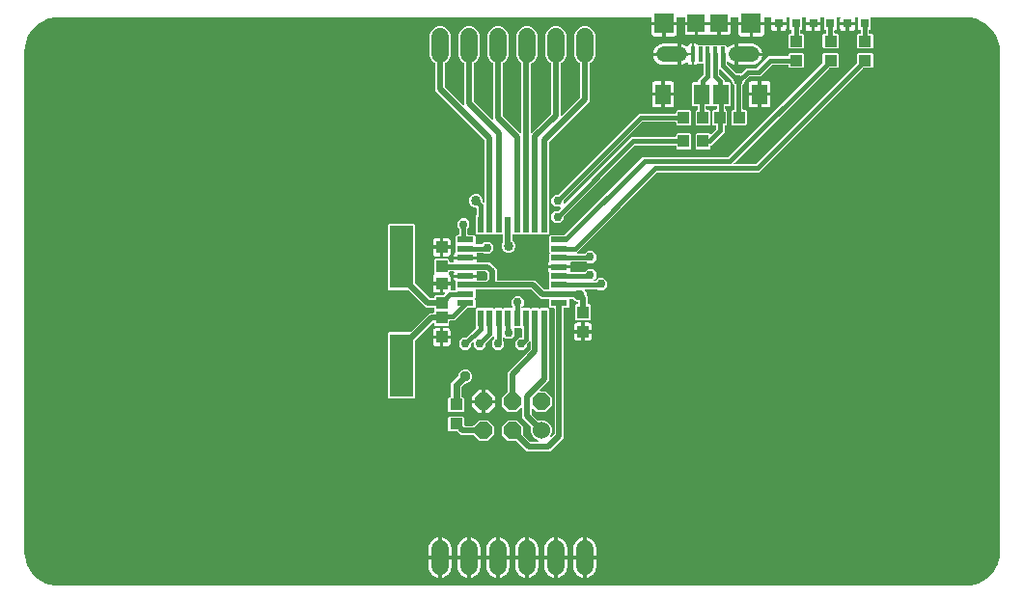
<source format=gbr>
G04 EAGLE Gerber RS-274X export*
G75*
%MOMM*%
%FSLAX34Y34*%
%LPD*%
%INTop Copper*%
%IPPOS*%
%AMOC8*
5,1,8,0,0,1.08239X$1,22.5*%
G01*
%ADD10R,1.000000X1.100000*%
%ADD11R,1.400000X1.800000*%
%ADD12R,0.800000X0.800000*%
%ADD13R,2.080000X5.500000*%
%ADD14R,1.100000X1.000000*%
%ADD15C,1.524000*%
%ADD16P,1.649562X8X202.500000*%
%ADD17R,1.473200X0.508000*%
%ADD18R,0.508000X1.473200*%
%ADD19R,1.500000X1.500000*%
%ADD20R,0.400000X1.350000*%
%ADD21C,1.358000*%
%ADD22R,1.725000X1.725000*%
%ADD23C,1.524000*%
%ADD24C,0.508000*%
%ADD25C,0.406400*%
%ADD26C,0.856400*%
%ADD27C,0.956400*%
%ADD28C,0.609600*%
%ADD29C,0.756400*%

G36*
X39955Y20861D02*
X39955Y20861D01*
X39959Y20861D01*
X41963Y20878D01*
X42046Y20869D01*
X42077Y20862D01*
X42094Y20864D01*
X42122Y20861D01*
X833978Y20861D01*
X834039Y20871D01*
X834101Y20871D01*
X834128Y20879D01*
X836141Y20861D01*
X836144Y20861D01*
X836148Y20861D01*
X836204Y20861D01*
X836220Y20863D01*
X836247Y20862D01*
X839991Y21074D01*
X840015Y21079D01*
X840139Y21097D01*
X847400Y22974D01*
X847415Y22981D01*
X847430Y22983D01*
X847584Y23049D01*
X854112Y26741D01*
X854125Y26751D01*
X854139Y26757D01*
X854271Y26861D01*
X859621Y32117D01*
X859630Y32130D01*
X859643Y32139D01*
X859743Y32274D01*
X863550Y38735D01*
X863556Y38750D01*
X863566Y38763D01*
X863628Y38918D01*
X863630Y38926D01*
X863841Y39687D01*
X864053Y40448D01*
X864475Y41971D01*
X864686Y42732D01*
X865108Y44254D01*
X865109Y44254D01*
X865109Y44255D01*
X865320Y45016D01*
X865531Y45777D01*
X865633Y46144D01*
X865633Y46145D01*
X865636Y46169D01*
X865659Y46292D01*
X865937Y50034D01*
X865935Y50055D01*
X865939Y50091D01*
X865939Y490000D01*
X865936Y490018D01*
X865938Y490050D01*
X865689Y493845D01*
X865683Y493868D01*
X865665Y493992D01*
X863700Y501325D01*
X863693Y501339D01*
X863691Y501355D01*
X863624Y501508D01*
X859828Y508082D01*
X859818Y508094D01*
X859812Y508109D01*
X859707Y508240D01*
X854340Y513607D01*
X854327Y513617D01*
X854317Y513629D01*
X854182Y513728D01*
X847608Y517524D01*
X847594Y517529D01*
X847581Y517539D01*
X847425Y517600D01*
X840092Y519565D01*
X840069Y519567D01*
X839945Y519589D01*
X836150Y519838D01*
X836131Y519836D01*
X836100Y519839D01*
X753561Y519839D01*
X753541Y519836D01*
X753522Y519838D01*
X753420Y519816D01*
X753318Y519800D01*
X753301Y519790D01*
X753281Y519786D01*
X753192Y519733D01*
X753101Y519684D01*
X753087Y519670D01*
X753070Y519660D01*
X753003Y519581D01*
X752931Y519506D01*
X752923Y519488D01*
X752910Y519473D01*
X752871Y519377D01*
X752828Y519283D01*
X752826Y519263D01*
X752818Y519245D01*
X752800Y519078D01*
X752800Y509618D01*
X751907Y508725D01*
X751593Y508725D01*
X751573Y508722D01*
X751554Y508724D01*
X751452Y508702D01*
X751350Y508686D01*
X751333Y508676D01*
X751313Y508672D01*
X751224Y508619D01*
X751133Y508570D01*
X751119Y508556D01*
X751102Y508546D01*
X751035Y508467D01*
X750963Y508392D01*
X750955Y508374D01*
X750942Y508359D01*
X750903Y508263D01*
X750860Y508169D01*
X750858Y508149D01*
X750850Y508131D01*
X750832Y507964D01*
X750832Y506223D01*
X750835Y506204D01*
X750833Y506184D01*
X750855Y506083D01*
X750871Y505981D01*
X750881Y505963D01*
X750885Y505944D01*
X750938Y505855D01*
X750987Y505763D01*
X751001Y505750D01*
X751011Y505733D01*
X751090Y505665D01*
X751165Y505594D01*
X751183Y505586D01*
X751198Y505573D01*
X751294Y505534D01*
X751388Y505490D01*
X751408Y505488D01*
X751426Y505481D01*
X751593Y505462D01*
X753844Y505462D01*
X754737Y504569D01*
X754737Y493306D01*
X753844Y492413D01*
X741581Y492413D01*
X740688Y493306D01*
X740688Y504569D01*
X741581Y505462D01*
X742957Y505462D01*
X742977Y505465D01*
X742996Y505463D01*
X743098Y505485D01*
X743200Y505502D01*
X743217Y505511D01*
X743237Y505516D01*
X743326Y505569D01*
X743417Y505617D01*
X743431Y505631D01*
X743448Y505642D01*
X743515Y505720D01*
X743587Y505795D01*
X743595Y505813D01*
X743608Y505829D01*
X743647Y505925D01*
X743690Y506018D01*
X743692Y506038D01*
X743700Y506057D01*
X743718Y506223D01*
X743718Y507964D01*
X743715Y507984D01*
X743717Y508003D01*
X743695Y508105D01*
X743679Y508207D01*
X743669Y508224D01*
X743665Y508244D01*
X743612Y508333D01*
X743563Y508424D01*
X743549Y508438D01*
X743539Y508455D01*
X743460Y508522D01*
X743385Y508594D01*
X743367Y508602D01*
X743352Y508615D01*
X743256Y508654D01*
X743162Y508697D01*
X743142Y508699D01*
X743124Y508707D01*
X742957Y508725D01*
X742643Y508725D01*
X741750Y509618D01*
X741750Y519078D01*
X741747Y519098D01*
X741749Y519117D01*
X741727Y519219D01*
X741711Y519321D01*
X741701Y519338D01*
X741697Y519358D01*
X741644Y519447D01*
X741595Y519538D01*
X741581Y519552D01*
X741571Y519569D01*
X741492Y519636D01*
X741417Y519708D01*
X741399Y519716D01*
X741384Y519729D01*
X741288Y519768D01*
X741194Y519811D01*
X741174Y519813D01*
X741156Y519821D01*
X740989Y519839D01*
X739472Y519839D01*
X739355Y519820D01*
X739237Y519802D01*
X739233Y519800D01*
X739229Y519800D01*
X739124Y519744D01*
X739018Y519689D01*
X739015Y519686D01*
X739011Y519684D01*
X738929Y519598D01*
X738847Y519513D01*
X738845Y519509D01*
X738842Y519506D01*
X738792Y519398D01*
X738741Y519291D01*
X738740Y519287D01*
X738738Y519283D01*
X738725Y519165D01*
X738711Y519047D01*
X738712Y519042D01*
X738711Y519039D01*
X738714Y519025D01*
X738736Y518881D01*
X738816Y518584D01*
X738816Y515773D01*
X733037Y515773D01*
X733017Y515770D01*
X732998Y515772D01*
X732896Y515750D01*
X732794Y515733D01*
X732777Y515724D01*
X732757Y515720D01*
X732668Y515667D01*
X732577Y515618D01*
X732563Y515604D01*
X732546Y515594D01*
X732479Y515515D01*
X732408Y515440D01*
X732399Y515422D01*
X732386Y515407D01*
X732347Y515311D01*
X732304Y515217D01*
X732302Y515197D01*
X732294Y515179D01*
X732276Y515012D01*
X732276Y514249D01*
X732274Y514249D01*
X732274Y515012D01*
X732271Y515032D01*
X732273Y515051D01*
X732251Y515153D01*
X732234Y515255D01*
X732225Y515272D01*
X732221Y515292D01*
X732168Y515381D01*
X732119Y515472D01*
X732105Y515486D01*
X732095Y515503D01*
X732016Y515570D01*
X731941Y515641D01*
X731923Y515650D01*
X731908Y515663D01*
X731812Y515702D01*
X731718Y515745D01*
X731698Y515747D01*
X731680Y515755D01*
X731513Y515773D01*
X725734Y515773D01*
X725734Y518584D01*
X725814Y518881D01*
X725826Y519000D01*
X725839Y519117D01*
X725838Y519122D01*
X725838Y519126D01*
X725812Y519242D01*
X725786Y519358D01*
X725784Y519361D01*
X725783Y519365D01*
X725721Y519467D01*
X725660Y519569D01*
X725657Y519572D01*
X725655Y519575D01*
X725564Y519652D01*
X725473Y519729D01*
X725469Y519730D01*
X725466Y519733D01*
X725356Y519776D01*
X725245Y519821D01*
X725240Y519821D01*
X725237Y519823D01*
X725223Y519823D01*
X725078Y519839D01*
X723398Y519839D01*
X723379Y519836D01*
X723359Y519838D01*
X723258Y519816D01*
X723156Y519800D01*
X723138Y519790D01*
X723119Y519786D01*
X723030Y519733D01*
X722938Y519684D01*
X722925Y519670D01*
X722908Y519660D01*
X722840Y519581D01*
X722769Y519506D01*
X722761Y519488D01*
X722748Y519473D01*
X722709Y519377D01*
X722665Y519283D01*
X722663Y519263D01*
X722656Y519245D01*
X722637Y519078D01*
X722637Y509618D01*
X721744Y508725D01*
X721430Y508725D01*
X721411Y508722D01*
X721391Y508724D01*
X721290Y508702D01*
X721188Y508686D01*
X721170Y508676D01*
X721151Y508672D01*
X721062Y508619D01*
X720970Y508570D01*
X720957Y508556D01*
X720940Y508546D01*
X720872Y508467D01*
X720801Y508392D01*
X720793Y508374D01*
X720780Y508359D01*
X720741Y508263D01*
X720697Y508169D01*
X720695Y508149D01*
X720688Y508131D01*
X720669Y507964D01*
X720669Y506223D01*
X720672Y506204D01*
X720670Y506184D01*
X720692Y506083D01*
X720709Y505981D01*
X720718Y505963D01*
X720723Y505944D01*
X720776Y505855D01*
X720824Y505763D01*
X720838Y505750D01*
X720849Y505733D01*
X720927Y505665D01*
X721002Y505594D01*
X721020Y505586D01*
X721036Y505573D01*
X721132Y505534D01*
X721225Y505490D01*
X721245Y505488D01*
X721264Y505481D01*
X721430Y505462D01*
X723682Y505462D01*
X724575Y504569D01*
X724575Y493306D01*
X723682Y492413D01*
X711418Y492413D01*
X710525Y493306D01*
X710525Y504569D01*
X711418Y505462D01*
X712795Y505462D01*
X712814Y505465D01*
X712834Y505463D01*
X712935Y505485D01*
X713037Y505502D01*
X713055Y505511D01*
X713074Y505516D01*
X713163Y505569D01*
X713255Y505617D01*
X713268Y505631D01*
X713285Y505642D01*
X713353Y505720D01*
X713424Y505795D01*
X713432Y505813D01*
X713445Y505829D01*
X713484Y505925D01*
X713528Y506018D01*
X713530Y506038D01*
X713537Y506057D01*
X713556Y506223D01*
X713556Y507964D01*
X713553Y507984D01*
X713555Y508003D01*
X713533Y508105D01*
X713516Y508207D01*
X713507Y508224D01*
X713502Y508244D01*
X713449Y508333D01*
X713401Y508424D01*
X713387Y508438D01*
X713376Y508455D01*
X713298Y508522D01*
X713223Y508594D01*
X713205Y508602D01*
X713189Y508615D01*
X713093Y508654D01*
X713000Y508697D01*
X712980Y508699D01*
X712961Y508707D01*
X712795Y508725D01*
X712481Y508725D01*
X711588Y509618D01*
X711588Y519078D01*
X711585Y519098D01*
X711587Y519117D01*
X711565Y519219D01*
X711548Y519321D01*
X711539Y519338D01*
X711534Y519358D01*
X711481Y519447D01*
X711433Y519538D01*
X711419Y519552D01*
X711408Y519569D01*
X711330Y519636D01*
X711255Y519708D01*
X711237Y519716D01*
X711221Y519729D01*
X711125Y519768D01*
X711032Y519811D01*
X711012Y519813D01*
X710993Y519821D01*
X710827Y519839D01*
X709309Y519839D01*
X709193Y519820D01*
X709074Y519802D01*
X709070Y519800D01*
X709066Y519800D01*
X708962Y519744D01*
X708856Y519689D01*
X708853Y519686D01*
X708849Y519684D01*
X708767Y519598D01*
X708684Y519513D01*
X708682Y519509D01*
X708680Y519506D01*
X708629Y519398D01*
X708578Y519291D01*
X708578Y519287D01*
X708576Y519283D01*
X708563Y519165D01*
X708548Y519047D01*
X708549Y519042D01*
X708549Y519039D01*
X708552Y519025D01*
X708574Y518881D01*
X708653Y518584D01*
X708653Y515773D01*
X702875Y515773D01*
X702855Y515770D01*
X702835Y515772D01*
X702734Y515750D01*
X702632Y515733D01*
X702614Y515724D01*
X702595Y515720D01*
X702506Y515667D01*
X702414Y515618D01*
X702401Y515604D01*
X702384Y515594D01*
X702316Y515515D01*
X702245Y515440D01*
X702237Y515422D01*
X702224Y515407D01*
X702185Y515311D01*
X702141Y515217D01*
X702139Y515197D01*
X702132Y515179D01*
X702113Y515012D01*
X702113Y514249D01*
X702112Y514249D01*
X702112Y515012D01*
X702108Y515032D01*
X702111Y515051D01*
X702089Y515153D01*
X702072Y515255D01*
X702063Y515272D01*
X702058Y515292D01*
X702005Y515381D01*
X701957Y515472D01*
X701942Y515486D01*
X701932Y515503D01*
X701853Y515570D01*
X701778Y515641D01*
X701760Y515650D01*
X701745Y515663D01*
X701649Y515702D01*
X701555Y515745D01*
X701536Y515747D01*
X701517Y515755D01*
X701350Y515773D01*
X695572Y515773D01*
X695572Y518584D01*
X695651Y518881D01*
X695663Y519000D01*
X695676Y519117D01*
X695675Y519122D01*
X695676Y519126D01*
X695649Y519242D01*
X695624Y519358D01*
X695622Y519361D01*
X695621Y519365D01*
X695559Y519467D01*
X695498Y519569D01*
X695495Y519572D01*
X695492Y519575D01*
X695401Y519652D01*
X695311Y519729D01*
X695307Y519730D01*
X695304Y519733D01*
X695194Y519776D01*
X695083Y519821D01*
X695078Y519821D01*
X695075Y519823D01*
X695061Y519823D01*
X694916Y519839D01*
X693236Y519839D01*
X693216Y519836D01*
X693197Y519838D01*
X693095Y519816D01*
X692993Y519800D01*
X692976Y519790D01*
X692956Y519786D01*
X692867Y519733D01*
X692776Y519684D01*
X692762Y519670D01*
X692745Y519660D01*
X692678Y519581D01*
X692606Y519506D01*
X692598Y519488D01*
X692585Y519473D01*
X692546Y519377D01*
X692503Y519283D01*
X692501Y519263D01*
X692493Y519245D01*
X692475Y519078D01*
X692475Y509618D01*
X691582Y508725D01*
X691268Y508725D01*
X691248Y508722D01*
X691229Y508724D01*
X691127Y508702D01*
X691025Y508686D01*
X691008Y508676D01*
X690988Y508672D01*
X690899Y508619D01*
X690808Y508570D01*
X690794Y508556D01*
X690777Y508546D01*
X690710Y508467D01*
X690638Y508392D01*
X690630Y508374D01*
X690617Y508359D01*
X690578Y508263D01*
X690535Y508169D01*
X690533Y508149D01*
X690525Y508131D01*
X690507Y507964D01*
X690507Y506223D01*
X690510Y506204D01*
X690508Y506184D01*
X690530Y506083D01*
X690546Y505981D01*
X690556Y505963D01*
X690560Y505944D01*
X690613Y505855D01*
X690662Y505763D01*
X690676Y505750D01*
X690686Y505733D01*
X690765Y505665D01*
X690840Y505594D01*
X690858Y505586D01*
X690873Y505573D01*
X690969Y505534D01*
X691063Y505490D01*
X691083Y505488D01*
X691101Y505481D01*
X691268Y505462D01*
X693519Y505462D01*
X694412Y504569D01*
X694412Y493306D01*
X693519Y492413D01*
X681256Y492413D01*
X680363Y493306D01*
X680363Y504569D01*
X681256Y505462D01*
X682632Y505462D01*
X682652Y505465D01*
X682671Y505463D01*
X682773Y505485D01*
X682875Y505502D01*
X682892Y505511D01*
X682912Y505516D01*
X683001Y505569D01*
X683092Y505617D01*
X683106Y505631D01*
X683123Y505642D01*
X683190Y505720D01*
X683262Y505795D01*
X683270Y505813D01*
X683283Y505829D01*
X683322Y505925D01*
X683365Y506018D01*
X683367Y506038D01*
X683375Y506057D01*
X683393Y506223D01*
X683393Y507964D01*
X683390Y507984D01*
X683392Y508003D01*
X683370Y508105D01*
X683354Y508207D01*
X683344Y508224D01*
X683340Y508244D01*
X683287Y508333D01*
X683238Y508424D01*
X683224Y508438D01*
X683214Y508455D01*
X683135Y508522D01*
X683060Y508594D01*
X683042Y508602D01*
X683027Y508615D01*
X682931Y508654D01*
X682837Y508697D01*
X682817Y508699D01*
X682799Y508707D01*
X682632Y508725D01*
X682318Y508725D01*
X681425Y509618D01*
X681425Y519078D01*
X681422Y519098D01*
X681424Y519117D01*
X681402Y519219D01*
X681386Y519321D01*
X681376Y519338D01*
X681372Y519358D01*
X681319Y519447D01*
X681270Y519538D01*
X681256Y519552D01*
X681246Y519569D01*
X681167Y519636D01*
X681092Y519708D01*
X681074Y519716D01*
X681059Y519729D01*
X680963Y519768D01*
X680869Y519811D01*
X680849Y519813D01*
X680831Y519821D01*
X680664Y519839D01*
X679147Y519839D01*
X679030Y519820D01*
X678912Y519802D01*
X678908Y519800D01*
X678904Y519800D01*
X678799Y519744D01*
X678693Y519689D01*
X678690Y519686D01*
X678686Y519684D01*
X678604Y519598D01*
X678522Y519513D01*
X678520Y519509D01*
X678517Y519506D01*
X678467Y519398D01*
X678416Y519291D01*
X678415Y519287D01*
X678413Y519283D01*
X678400Y519165D01*
X678386Y519047D01*
X678387Y519042D01*
X678386Y519039D01*
X678389Y519025D01*
X678411Y518881D01*
X678491Y518584D01*
X678491Y515773D01*
X672712Y515773D01*
X672692Y515770D01*
X672673Y515772D01*
X672571Y515750D01*
X672469Y515733D01*
X672452Y515724D01*
X672432Y515720D01*
X672343Y515667D01*
X672252Y515618D01*
X672238Y515604D01*
X672221Y515594D01*
X672154Y515515D01*
X672083Y515440D01*
X672074Y515422D01*
X672061Y515407D01*
X672022Y515311D01*
X671979Y515217D01*
X671977Y515197D01*
X671969Y515179D01*
X671951Y515012D01*
X671951Y514249D01*
X671949Y514249D01*
X671949Y515012D01*
X671946Y515032D01*
X671948Y515051D01*
X671926Y515153D01*
X671909Y515255D01*
X671900Y515272D01*
X671896Y515292D01*
X671843Y515381D01*
X671794Y515472D01*
X671780Y515486D01*
X671770Y515503D01*
X671691Y515570D01*
X671616Y515641D01*
X671598Y515650D01*
X671583Y515663D01*
X671487Y515702D01*
X671393Y515745D01*
X671373Y515747D01*
X671355Y515755D01*
X671188Y515773D01*
X665409Y515773D01*
X665409Y518584D01*
X665489Y518881D01*
X665501Y519000D01*
X665514Y519117D01*
X665513Y519122D01*
X665513Y519126D01*
X665487Y519242D01*
X665461Y519358D01*
X665459Y519361D01*
X665458Y519365D01*
X665396Y519467D01*
X665335Y519569D01*
X665332Y519572D01*
X665330Y519575D01*
X665239Y519652D01*
X665148Y519729D01*
X665144Y519730D01*
X665141Y519733D01*
X665031Y519776D01*
X664920Y519821D01*
X664915Y519821D01*
X664912Y519823D01*
X664898Y519823D01*
X664753Y519839D01*
X659777Y519839D01*
X659757Y519836D01*
X659738Y519838D01*
X659636Y519816D01*
X659534Y519800D01*
X659517Y519790D01*
X659497Y519786D01*
X659408Y519733D01*
X659317Y519684D01*
X659303Y519670D01*
X659286Y519660D01*
X659219Y519581D01*
X659147Y519506D01*
X659139Y519488D01*
X659126Y519473D01*
X659087Y519377D01*
X659044Y519283D01*
X659042Y519263D01*
X659034Y519245D01*
X659016Y519078D01*
X659016Y515773D01*
X648612Y515773D01*
X648592Y515770D01*
X648573Y515772D01*
X648471Y515750D01*
X648369Y515733D01*
X648352Y515724D01*
X648332Y515720D01*
X648243Y515667D01*
X648152Y515618D01*
X648138Y515604D01*
X648121Y515594D01*
X648054Y515515D01*
X647983Y515440D01*
X647974Y515422D01*
X647961Y515407D01*
X647923Y515311D01*
X647879Y515217D01*
X647877Y515197D01*
X647869Y515179D01*
X647851Y515012D01*
X647851Y514249D01*
X647849Y514249D01*
X647849Y515012D01*
X647846Y515032D01*
X647848Y515051D01*
X647826Y515153D01*
X647809Y515255D01*
X647800Y515272D01*
X647796Y515292D01*
X647743Y515381D01*
X647694Y515472D01*
X647680Y515486D01*
X647670Y515503D01*
X647591Y515570D01*
X647516Y515641D01*
X647498Y515650D01*
X647483Y515663D01*
X647387Y515702D01*
X647293Y515745D01*
X647273Y515747D01*
X647255Y515755D01*
X647088Y515773D01*
X636684Y515773D01*
X636684Y519078D01*
X636681Y519098D01*
X636683Y519117D01*
X636661Y519219D01*
X636645Y519321D01*
X636635Y519338D01*
X636631Y519358D01*
X636578Y519447D01*
X636529Y519538D01*
X636515Y519552D01*
X636505Y519569D01*
X636426Y519636D01*
X636351Y519708D01*
X636333Y519716D01*
X636318Y519729D01*
X636222Y519768D01*
X636128Y519811D01*
X636108Y519813D01*
X636090Y519821D01*
X635923Y519839D01*
X630402Y519839D01*
X630382Y519836D01*
X630363Y519838D01*
X630261Y519816D01*
X630159Y519800D01*
X630142Y519790D01*
X630122Y519786D01*
X630033Y519733D01*
X629942Y519684D01*
X629928Y519670D01*
X629911Y519660D01*
X629844Y519581D01*
X629772Y519506D01*
X629764Y519488D01*
X629751Y519473D01*
X629712Y519377D01*
X629669Y519283D01*
X629667Y519263D01*
X629659Y519245D01*
X629641Y519078D01*
X629641Y515773D01*
X620362Y515773D01*
X620342Y515770D01*
X620323Y515772D01*
X620221Y515750D01*
X620119Y515733D01*
X620102Y515724D01*
X620082Y515720D01*
X619993Y515667D01*
X619902Y515618D01*
X619888Y515604D01*
X619871Y515594D01*
X619804Y515515D01*
X619733Y515440D01*
X619724Y515422D01*
X619711Y515407D01*
X619672Y515311D01*
X619629Y515217D01*
X619627Y515197D01*
X619619Y515179D01*
X619601Y515012D01*
X619601Y514249D01*
X619599Y514249D01*
X619599Y515012D01*
X619596Y515032D01*
X619598Y515051D01*
X619576Y515153D01*
X619559Y515255D01*
X619550Y515272D01*
X619546Y515292D01*
X619493Y515381D01*
X619444Y515472D01*
X619430Y515486D01*
X619420Y515503D01*
X619341Y515570D01*
X619266Y515641D01*
X619248Y515650D01*
X619233Y515663D01*
X619137Y515702D01*
X619043Y515745D01*
X619023Y515747D01*
X619005Y515755D01*
X618838Y515773D01*
X600362Y515773D01*
X600342Y515770D01*
X600323Y515772D01*
X600221Y515750D01*
X600119Y515733D01*
X600102Y515724D01*
X600082Y515720D01*
X599993Y515667D01*
X599902Y515618D01*
X599888Y515604D01*
X599871Y515594D01*
X599804Y515515D01*
X599733Y515440D01*
X599724Y515422D01*
X599711Y515407D01*
X599672Y515311D01*
X599629Y515217D01*
X599627Y515197D01*
X599619Y515179D01*
X599601Y515012D01*
X599601Y514249D01*
X599599Y514249D01*
X599599Y515012D01*
X599596Y515032D01*
X599598Y515051D01*
X599576Y515153D01*
X599559Y515255D01*
X599550Y515272D01*
X599546Y515292D01*
X599493Y515381D01*
X599444Y515472D01*
X599430Y515486D01*
X599420Y515503D01*
X599341Y515570D01*
X599266Y515641D01*
X599248Y515650D01*
X599233Y515663D01*
X599137Y515702D01*
X599043Y515745D01*
X599023Y515747D01*
X599005Y515755D01*
X598838Y515773D01*
X589559Y515773D01*
X589559Y519078D01*
X589556Y519098D01*
X589558Y519117D01*
X589536Y519219D01*
X589520Y519321D01*
X589510Y519338D01*
X589506Y519358D01*
X589453Y519447D01*
X589404Y519538D01*
X589390Y519552D01*
X589380Y519569D01*
X589301Y519636D01*
X589226Y519708D01*
X589208Y519716D01*
X589193Y519729D01*
X589097Y519768D01*
X589003Y519811D01*
X588983Y519813D01*
X588965Y519821D01*
X588798Y519839D01*
X583277Y519839D01*
X583257Y519836D01*
X583238Y519838D01*
X583136Y519816D01*
X583034Y519800D01*
X583017Y519790D01*
X582997Y519786D01*
X582908Y519733D01*
X582817Y519684D01*
X582803Y519670D01*
X582786Y519660D01*
X582719Y519581D01*
X582647Y519506D01*
X582639Y519488D01*
X582626Y519473D01*
X582587Y519377D01*
X582544Y519283D01*
X582542Y519263D01*
X582534Y519245D01*
X582516Y519078D01*
X582516Y515773D01*
X572112Y515773D01*
X572092Y515770D01*
X572073Y515772D01*
X571971Y515750D01*
X571869Y515733D01*
X571852Y515724D01*
X571832Y515720D01*
X571743Y515667D01*
X571652Y515618D01*
X571638Y515604D01*
X571621Y515594D01*
X571554Y515515D01*
X571483Y515440D01*
X571474Y515422D01*
X571461Y515407D01*
X571423Y515311D01*
X571379Y515217D01*
X571377Y515197D01*
X571369Y515179D01*
X571351Y515012D01*
X571351Y514249D01*
X571349Y514249D01*
X571349Y515012D01*
X571346Y515032D01*
X571348Y515051D01*
X571326Y515153D01*
X571309Y515255D01*
X571300Y515272D01*
X571296Y515292D01*
X571243Y515381D01*
X571194Y515472D01*
X571180Y515486D01*
X571170Y515503D01*
X571091Y515570D01*
X571016Y515641D01*
X570998Y515650D01*
X570983Y515663D01*
X570887Y515702D01*
X570793Y515745D01*
X570773Y515747D01*
X570755Y515755D01*
X570588Y515773D01*
X560184Y515773D01*
X560184Y519078D01*
X560181Y519098D01*
X560183Y519117D01*
X560161Y519219D01*
X560145Y519321D01*
X560135Y519338D01*
X560131Y519358D01*
X560078Y519447D01*
X560029Y519538D01*
X560015Y519552D01*
X560005Y519569D01*
X559926Y519636D01*
X559851Y519708D01*
X559833Y519716D01*
X559818Y519729D01*
X559722Y519768D01*
X559628Y519811D01*
X559608Y519813D01*
X559590Y519821D01*
X559423Y519839D01*
X40000Y519839D01*
X39982Y519836D01*
X39950Y519838D01*
X36155Y519589D01*
X36132Y519583D01*
X36008Y519565D01*
X28675Y517600D01*
X28661Y517593D01*
X28645Y517591D01*
X28492Y517524D01*
X21918Y513728D01*
X21906Y513718D01*
X21891Y513712D01*
X21760Y513607D01*
X16393Y508240D01*
X16383Y508227D01*
X16371Y508217D01*
X16272Y508082D01*
X12476Y501508D01*
X12471Y501494D01*
X12461Y501481D01*
X12400Y501325D01*
X10435Y493992D01*
X10433Y493969D01*
X10411Y493845D01*
X10162Y490050D01*
X10164Y490031D01*
X10161Y490000D01*
X10161Y50091D01*
X10164Y50070D01*
X10163Y50034D01*
X10441Y46292D01*
X10447Y46269D01*
X10467Y46145D01*
X12472Y38918D01*
X12478Y38904D01*
X12481Y38888D01*
X12492Y38863D01*
X12495Y38851D01*
X12506Y38833D01*
X12550Y38735D01*
X16357Y32274D01*
X16367Y32262D01*
X16373Y32247D01*
X16479Y32117D01*
X21829Y26861D01*
X21842Y26852D01*
X21852Y26839D01*
X21988Y26741D01*
X28516Y23049D01*
X28530Y23043D01*
X28543Y23034D01*
X28700Y22974D01*
X35961Y21097D01*
X35985Y21095D01*
X36109Y21074D01*
X39853Y20862D01*
X39869Y20864D01*
X39896Y20861D01*
X39952Y20861D01*
X39955Y20861D01*
G37*
%LPC*%
G36*
X450754Y138710D02*
X450754Y138710D01*
X441769Y147695D01*
X441695Y147748D01*
X441626Y147807D01*
X441596Y147819D01*
X441570Y147838D01*
X441483Y147865D01*
X441398Y147899D01*
X441357Y147904D01*
X441335Y147911D01*
X441302Y147910D01*
X441231Y147918D01*
X434362Y147918D01*
X429005Y153275D01*
X429005Y160850D01*
X434362Y166207D01*
X441938Y166207D01*
X447295Y160850D01*
X447295Y153981D01*
X447309Y153891D01*
X447317Y153800D01*
X447329Y153771D01*
X447334Y153739D01*
X447377Y153658D01*
X447413Y153574D01*
X447439Y153542D01*
X447450Y153521D01*
X447473Y153499D01*
X447518Y153443D01*
X453898Y147063D01*
X453972Y147010D01*
X454042Y146950D01*
X454072Y146938D01*
X454098Y146919D01*
X454185Y146892D01*
X454270Y146858D01*
X454311Y146854D01*
X454333Y146847D01*
X454365Y146848D01*
X454436Y146840D01*
X460507Y146840D01*
X460603Y146855D01*
X460700Y146865D01*
X460724Y146875D01*
X460749Y146879D01*
X460835Y146925D01*
X460924Y146965D01*
X460944Y146982D01*
X460967Y146995D01*
X461034Y147065D01*
X461105Y147131D01*
X461118Y147154D01*
X461136Y147173D01*
X461177Y147261D01*
X461224Y147347D01*
X461229Y147372D01*
X461240Y147396D01*
X461250Y147493D01*
X461268Y147589D01*
X461264Y147615D01*
X461267Y147640D01*
X461246Y147736D01*
X461232Y147832D01*
X461220Y147855D01*
X461215Y147881D01*
X461165Y147964D01*
X461120Y148051D01*
X461102Y148070D01*
X461088Y148092D01*
X461015Y148155D01*
X460945Y148223D01*
X460916Y148239D01*
X460901Y148252D01*
X460871Y148264D01*
X460798Y148304D01*
X458370Y149310D01*
X455797Y151882D01*
X454405Y155244D01*
X454405Y158882D01*
X454673Y159527D01*
X454699Y159640D01*
X454728Y159754D01*
X454727Y159760D01*
X454729Y159766D01*
X454718Y159883D01*
X454709Y159999D01*
X454706Y160005D01*
X454706Y160011D01*
X454658Y160119D01*
X454612Y160226D01*
X454608Y160231D01*
X454606Y160236D01*
X454593Y160250D01*
X454508Y160357D01*
X446785Y168079D01*
X446785Y176327D01*
X446774Y176398D01*
X446772Y176470D01*
X446754Y176519D01*
X446746Y176570D01*
X446712Y176633D01*
X446687Y176701D01*
X446655Y176741D01*
X446630Y176788D01*
X446578Y176837D01*
X446534Y176893D01*
X446490Y176921D01*
X446452Y176957D01*
X446387Y176987D01*
X446327Y177026D01*
X446276Y177039D01*
X446229Y177061D01*
X446158Y177068D01*
X446088Y177086D01*
X446036Y177082D01*
X445985Y177088D01*
X445914Y177072D01*
X445843Y177067D01*
X445795Y177046D01*
X445744Y177035D01*
X445683Y176999D01*
X445617Y176970D01*
X445561Y176926D01*
X445533Y176909D01*
X445518Y176891D01*
X445486Y176866D01*
X441938Y173318D01*
X434362Y173318D01*
X429005Y178675D01*
X429005Y186250D01*
X433862Y191107D01*
X433915Y191181D01*
X433975Y191251D01*
X433987Y191281D01*
X434006Y191307D01*
X434033Y191394D01*
X434067Y191479D01*
X434071Y191520D01*
X434078Y191542D01*
X434077Y191574D01*
X434085Y191646D01*
X434085Y207959D01*
X453928Y227802D01*
X453981Y227876D01*
X454041Y227945D01*
X454053Y227975D01*
X454072Y228001D01*
X454099Y228088D01*
X454133Y228173D01*
X454137Y228214D01*
X454144Y228237D01*
X454143Y228269D01*
X454151Y228340D01*
X454151Y234458D01*
X454140Y234529D01*
X454138Y234601D01*
X454120Y234650D01*
X454112Y234701D01*
X454078Y234765D01*
X454053Y234832D01*
X454021Y234873D01*
X453996Y234919D01*
X453944Y234968D01*
X453900Y235024D01*
X453856Y235052D01*
X453818Y235088D01*
X453753Y235118D01*
X453693Y235157D01*
X453642Y235170D01*
X453595Y235192D01*
X453524Y235200D01*
X453454Y235217D01*
X453402Y235213D01*
X453351Y235219D01*
X453280Y235203D01*
X453209Y235198D01*
X453161Y235178D01*
X453110Y235166D01*
X453049Y235130D01*
X452983Y235102D01*
X452927Y235057D01*
X452899Y235040D01*
X452884Y235022D01*
X452852Y234997D01*
X451617Y233762D01*
X451571Y233699D01*
X451552Y233678D01*
X451547Y233669D01*
X451505Y233619D01*
X451493Y233589D01*
X451474Y233562D01*
X451447Y233475D01*
X451413Y233391D01*
X451408Y233350D01*
X451401Y233327D01*
X451402Y233295D01*
X451394Y233224D01*
X451394Y231064D01*
X448286Y227956D01*
X443889Y227956D01*
X440781Y231064D01*
X440781Y235461D01*
X443889Y238569D01*
X445770Y238569D01*
X445790Y238572D01*
X445809Y238570D01*
X445911Y238592D01*
X446013Y238609D01*
X446030Y238618D01*
X446050Y238623D01*
X446139Y238676D01*
X446230Y238724D01*
X446244Y238738D01*
X446261Y238749D01*
X446328Y238827D01*
X446400Y238902D01*
X446408Y238920D01*
X446421Y238936D01*
X446460Y239032D01*
X446503Y239125D01*
X446505Y239145D01*
X446513Y239164D01*
X446531Y239330D01*
X446531Y246032D01*
X446520Y246102D01*
X446518Y246174D01*
X446500Y246223D01*
X446492Y246274D01*
X446458Y246338D01*
X446433Y246405D01*
X446401Y246446D01*
X446376Y246492D01*
X446325Y246541D01*
X446280Y246597D01*
X446236Y246625D01*
X446198Y246661D01*
X446133Y246691D01*
X446073Y246730D01*
X446022Y246743D01*
X445975Y246765D01*
X445904Y246773D01*
X445834Y246790D01*
X445782Y246786D01*
X445731Y246792D01*
X445660Y246777D01*
X445589Y246771D01*
X445541Y246751D01*
X445490Y246740D01*
X445464Y246724D01*
X440381Y246724D01*
X440311Y246712D01*
X440239Y246710D01*
X440190Y246692D01*
X440139Y246684D01*
X440075Y246651D01*
X440008Y246626D01*
X439967Y246593D01*
X439921Y246569D01*
X439872Y246517D01*
X439816Y246472D01*
X439788Y246428D01*
X439752Y246391D01*
X439722Y246326D01*
X439683Y246265D01*
X439670Y246215D01*
X439648Y246168D01*
X439640Y246096D01*
X439623Y246027D01*
X439627Y245975D01*
X439621Y245923D01*
X439636Y245853D01*
X439642Y245781D01*
X439662Y245734D01*
X439673Y245683D01*
X439710Y245621D01*
X439738Y245555D01*
X439783Y245499D01*
X439800Y245472D01*
X439817Y245456D01*
X439843Y245424D01*
X440282Y244986D01*
X440282Y240589D01*
X437173Y237481D01*
X432777Y237481D01*
X431068Y239189D01*
X431010Y239231D01*
X430958Y239281D01*
X430911Y239303D01*
X430869Y239333D01*
X430800Y239354D01*
X430735Y239384D01*
X430683Y239390D01*
X430633Y239405D01*
X430562Y239403D01*
X430491Y239411D01*
X430440Y239400D01*
X430388Y239399D01*
X430320Y239374D01*
X430250Y239359D01*
X430205Y239332D01*
X430157Y239314D01*
X430101Y239270D01*
X430039Y239233D01*
X430005Y239193D01*
X429965Y239161D01*
X429926Y239100D01*
X429879Y239046D01*
X429860Y238998D01*
X429832Y238954D01*
X429814Y238884D01*
X429787Y238818D01*
X429779Y238746D01*
X429771Y238715D01*
X429773Y238692D01*
X429769Y238651D01*
X429769Y236764D01*
X429783Y236674D01*
X429791Y236583D01*
X429803Y236553D01*
X429808Y236521D01*
X429851Y236441D01*
X429887Y236357D01*
X429913Y236324D01*
X429924Y236304D01*
X429947Y236282D01*
X429992Y236226D01*
X430757Y235461D01*
X430757Y231064D01*
X427648Y227956D01*
X423252Y227956D01*
X420143Y231064D01*
X420143Y235461D01*
X422432Y237750D01*
X422485Y237824D01*
X422545Y237893D01*
X422557Y237923D01*
X422576Y237949D01*
X422603Y238036D01*
X422637Y238121D01*
X422641Y238162D01*
X422648Y238184D01*
X422647Y238217D01*
X422655Y238288D01*
X422655Y239475D01*
X422644Y239546D01*
X422642Y239617D01*
X422624Y239666D01*
X422616Y239718D01*
X422582Y239781D01*
X422557Y239848D01*
X422525Y239889D01*
X422500Y239935D01*
X422448Y239984D01*
X422404Y240040D01*
X422360Y240069D01*
X422322Y240104D01*
X422257Y240135D01*
X422197Y240173D01*
X422146Y240186D01*
X422099Y240208D01*
X422028Y240216D01*
X421958Y240234D01*
X421906Y240229D01*
X421855Y240235D01*
X421784Y240220D01*
X421713Y240214D01*
X421665Y240194D01*
X421614Y240183D01*
X421553Y240146D01*
X421487Y240118D01*
X421431Y240073D01*
X421403Y240057D01*
X421388Y240039D01*
X421356Y240013D01*
X415105Y233762D01*
X415059Y233699D01*
X415039Y233678D01*
X415035Y233669D01*
X414992Y233619D01*
X414980Y233589D01*
X414961Y233562D01*
X414934Y233476D01*
X414900Y233391D01*
X414896Y233350D01*
X414889Y233327D01*
X414890Y233295D01*
X414882Y233224D01*
X414882Y231064D01*
X411773Y227956D01*
X407377Y227956D01*
X404268Y231064D01*
X404268Y233788D01*
X404257Y233859D01*
X404255Y233930D01*
X404237Y233979D01*
X404229Y234031D01*
X404195Y234094D01*
X404170Y234161D01*
X404138Y234202D01*
X404113Y234248D01*
X404061Y234298D01*
X404017Y234353D01*
X403973Y234382D01*
X403935Y234417D01*
X403870Y234448D01*
X403810Y234486D01*
X403759Y234499D01*
X403712Y234521D01*
X403641Y234529D01*
X403571Y234547D01*
X403519Y234542D01*
X403468Y234548D01*
X403397Y234533D01*
X403326Y234527D01*
X403278Y234507D01*
X403227Y234496D01*
X403166Y234459D01*
X403100Y234431D01*
X403044Y234386D01*
X403016Y234370D01*
X403001Y234352D01*
X402969Y234326D01*
X402405Y233762D01*
X402359Y233698D01*
X402339Y233678D01*
X402335Y233669D01*
X402292Y233619D01*
X402280Y233589D01*
X402261Y233562D01*
X402234Y233475D01*
X402200Y233391D01*
X402196Y233350D01*
X402189Y233327D01*
X402190Y233295D01*
X402182Y233224D01*
X402182Y231064D01*
X399073Y227956D01*
X394677Y227956D01*
X391568Y231064D01*
X391568Y235461D01*
X394677Y238569D01*
X396836Y238569D01*
X396927Y238584D01*
X397017Y238591D01*
X397047Y238604D01*
X397079Y238609D01*
X397160Y238652D01*
X397244Y238687D01*
X397276Y238713D01*
X397297Y238724D01*
X397305Y238733D01*
X397306Y238733D01*
X397321Y238749D01*
X397375Y238792D01*
X405922Y247340D01*
X405975Y247414D01*
X406035Y247483D01*
X406047Y247513D01*
X406066Y247539D01*
X406093Y247627D01*
X406127Y247711D01*
X406131Y247752D01*
X406138Y247775D01*
X406137Y247807D01*
X406145Y247878D01*
X406145Y263612D01*
X407038Y264505D01*
X413382Y264505D01*
X413609Y264278D01*
X413625Y264266D01*
X413637Y264251D01*
X413724Y264195D01*
X413808Y264135D01*
X413827Y264129D01*
X413844Y264118D01*
X413945Y264093D01*
X414043Y264062D01*
X414063Y264063D01*
X414083Y264058D01*
X414186Y264066D01*
X414289Y264069D01*
X414308Y264075D01*
X414328Y264077D01*
X414423Y264117D01*
X414520Y264153D01*
X414536Y264165D01*
X414554Y264173D01*
X414685Y264278D01*
X414912Y264505D01*
X421256Y264505D01*
X421610Y264151D01*
X421626Y264139D01*
X421638Y264124D01*
X421725Y264068D01*
X421809Y264008D01*
X421828Y264002D01*
X421845Y263991D01*
X421946Y263966D01*
X422045Y263935D01*
X422064Y263936D01*
X422084Y263931D01*
X422187Y263939D01*
X422290Y263942D01*
X422309Y263948D01*
X422329Y263950D01*
X422424Y263990D01*
X422521Y264026D01*
X422537Y264038D01*
X422555Y264046D01*
X422686Y264151D01*
X423040Y264505D01*
X429384Y264505D01*
X429611Y264278D01*
X429627Y264266D01*
X429639Y264251D01*
X429726Y264195D01*
X429810Y264135D01*
X429829Y264129D01*
X429846Y264118D01*
X429947Y264093D01*
X430045Y264062D01*
X430065Y264063D01*
X430085Y264058D01*
X430188Y264066D01*
X430291Y264069D01*
X430310Y264075D01*
X430330Y264077D01*
X430425Y264117D01*
X430522Y264153D01*
X430538Y264165D01*
X430556Y264173D01*
X430687Y264278D01*
X430914Y264505D01*
X437258Y264505D01*
X437358Y264405D01*
X437416Y264363D01*
X437468Y264314D01*
X437515Y264292D01*
X437557Y264262D01*
X437626Y264240D01*
X437691Y264210D01*
X437743Y264204D01*
X437793Y264189D01*
X437864Y264191D01*
X437935Y264183D01*
X437986Y264194D01*
X438038Y264196D01*
X438106Y264220D01*
X438176Y264235D01*
X438221Y264262D01*
X438269Y264280D01*
X438325Y264325D01*
X438387Y264362D01*
X438421Y264401D01*
X438461Y264434D01*
X438500Y264494D01*
X438547Y264548D01*
X438566Y264597D01*
X438594Y264641D01*
X438612Y264710D01*
X438639Y264777D01*
X438647Y264848D01*
X438655Y264879D01*
X438653Y264902D01*
X438657Y264943D01*
X438657Y266210D01*
X438643Y266300D01*
X438635Y266391D01*
X438623Y266421D01*
X438618Y266453D01*
X438575Y266533D01*
X438539Y266617D01*
X438513Y266649D01*
X438502Y266670D01*
X438479Y266692D01*
X438434Y266748D01*
X437606Y267577D01*
X437606Y271973D01*
X440714Y275082D01*
X445111Y275082D01*
X448219Y271973D01*
X448219Y267577D01*
X446447Y265805D01*
X446405Y265747D01*
X446356Y265695D01*
X446334Y265647D01*
X446304Y265605D01*
X446282Y265537D01*
X446252Y265471D01*
X446247Y265420D01*
X446231Y265370D01*
X446233Y265298D01*
X446225Y265227D01*
X446236Y265176D01*
X446238Y265124D01*
X446262Y265057D01*
X446277Y264987D01*
X446304Y264942D01*
X446322Y264893D01*
X446367Y264837D01*
X446404Y264776D01*
X446443Y264742D01*
X446476Y264701D01*
X446536Y264662D01*
X446591Y264616D01*
X446639Y264596D01*
X446683Y264568D01*
X446752Y264551D01*
X446819Y264524D01*
X446890Y264516D01*
X446921Y264508D01*
X446944Y264510D01*
X446985Y264505D01*
X453260Y264505D01*
X453614Y264151D01*
X453630Y264139D01*
X453642Y264124D01*
X453729Y264068D01*
X453813Y264008D01*
X453832Y264002D01*
X453849Y263991D01*
X453950Y263966D01*
X454049Y263935D01*
X454068Y263936D01*
X454088Y263931D01*
X454191Y263939D01*
X454294Y263942D01*
X454313Y263948D01*
X454333Y263950D01*
X454428Y263990D01*
X454525Y264026D01*
X454541Y264038D01*
X454559Y264046D01*
X454690Y264151D01*
X455044Y264505D01*
X461388Y264505D01*
X461615Y264278D01*
X461631Y264266D01*
X461643Y264251D01*
X461730Y264195D01*
X461814Y264135D01*
X461833Y264129D01*
X461850Y264118D01*
X461951Y264093D01*
X462049Y264062D01*
X462069Y264063D01*
X462089Y264058D01*
X462192Y264066D01*
X462295Y264069D01*
X462314Y264075D01*
X462334Y264077D01*
X462429Y264117D01*
X462526Y264153D01*
X462542Y264165D01*
X462560Y264173D01*
X462691Y264278D01*
X462918Y264505D01*
X469262Y264505D01*
X470155Y263612D01*
X470155Y200781D01*
X462280Y192907D01*
X462238Y192849D01*
X462189Y192797D01*
X462167Y192749D01*
X462137Y192707D01*
X462116Y192639D01*
X462085Y192573D01*
X462080Y192522D01*
X462064Y192472D01*
X462066Y192400D01*
X462058Y192329D01*
X462069Y192278D01*
X462071Y192226D01*
X462095Y192159D01*
X462110Y192089D01*
X462137Y192044D01*
X462155Y191995D01*
X462200Y191939D01*
X462237Y191878D01*
X462276Y191844D01*
X462309Y191803D01*
X462369Y191764D01*
X462424Y191718D01*
X462472Y191698D01*
X462516Y191670D01*
X462585Y191653D01*
X462652Y191626D01*
X462723Y191618D01*
X462754Y191610D01*
X462777Y191612D01*
X462818Y191607D01*
X467338Y191607D01*
X472695Y186250D01*
X472695Y178675D01*
X467338Y173318D01*
X459762Y173318D01*
X456214Y176866D01*
X456156Y176908D01*
X456104Y176957D01*
X456057Y176979D01*
X456015Y177009D01*
X455946Y177030D01*
X455881Y177061D01*
X455829Y177066D01*
X455779Y177082D01*
X455708Y177080D01*
X455637Y177088D01*
X455586Y177077D01*
X455534Y177075D01*
X455466Y177051D01*
X455396Y177035D01*
X455351Y177009D01*
X455303Y176991D01*
X455247Y176946D01*
X455185Y176909D01*
X455151Y176870D01*
X455111Y176837D01*
X455072Y176777D01*
X455025Y176722D01*
X455006Y176674D01*
X454978Y176630D01*
X454960Y176561D01*
X454933Y176494D01*
X454925Y176423D01*
X454917Y176392D01*
X454919Y176368D01*
X454915Y176327D01*
X454915Y171761D01*
X454929Y171671D01*
X454937Y171580D01*
X454949Y171551D01*
X454954Y171519D01*
X454997Y171438D01*
X455033Y171354D01*
X455059Y171322D01*
X455070Y171301D01*
X455093Y171279D01*
X455138Y171223D01*
X460256Y166105D01*
X460351Y166037D01*
X460445Y165967D01*
X460451Y165965D01*
X460456Y165961D01*
X460567Y165927D01*
X460679Y165891D01*
X460685Y165891D01*
X460691Y165889D01*
X460808Y165892D01*
X460924Y165893D01*
X460932Y165895D01*
X460937Y165895D01*
X460954Y165902D01*
X461086Y165940D01*
X461731Y166207D01*
X465369Y166207D01*
X468730Y164815D01*
X471303Y162243D01*
X472695Y158881D01*
X472695Y155244D01*
X471384Y152078D01*
X471374Y152035D01*
X471357Y152001D01*
X471352Y151954D01*
X471333Y151890D01*
X471333Y151864D01*
X471327Y151839D01*
X471333Y151780D01*
X471330Y151756D01*
X471337Y151726D01*
X471339Y151644D01*
X471348Y151620D01*
X471351Y151594D01*
X471380Y151527D01*
X471383Y151516D01*
X471392Y151501D01*
X471424Y151413D01*
X471440Y151393D01*
X471451Y151369D01*
X471507Y151307D01*
X471509Y151305D01*
X471513Y151301D01*
X471516Y151297D01*
X471577Y151221D01*
X471599Y151207D01*
X471617Y151188D01*
X471702Y151141D01*
X471784Y151088D01*
X471810Y151082D01*
X471832Y151069D01*
X471928Y151052D01*
X472023Y151028D01*
X472049Y151030D01*
X472075Y151026D01*
X472171Y151040D01*
X472268Y151047D01*
X472292Y151058D01*
X472318Y151061D01*
X472405Y151106D01*
X472494Y151144D01*
X472520Y151164D01*
X472537Y151173D01*
X472550Y151186D01*
X472556Y151189D01*
X472571Y151205D01*
X472625Y151249D01*
X475010Y153634D01*
X475063Y153708D01*
X475123Y153777D01*
X475135Y153807D01*
X475154Y153833D01*
X475181Y153921D01*
X475215Y154005D01*
X475219Y154046D01*
X475226Y154069D01*
X475225Y154101D01*
X475233Y154172D01*
X475233Y263997D01*
X475230Y264016D01*
X475232Y264036D01*
X475210Y264137D01*
X475194Y264239D01*
X475184Y264257D01*
X475180Y264276D01*
X475127Y264365D01*
X475078Y264457D01*
X475064Y264470D01*
X475054Y264487D01*
X474975Y264555D01*
X474900Y264626D01*
X474882Y264634D01*
X474867Y264647D01*
X474771Y264686D01*
X474677Y264730D01*
X474657Y264732D01*
X474639Y264739D01*
X474472Y264758D01*
X471300Y264758D01*
X470407Y265651D01*
X470407Y271871D01*
X470404Y271890D01*
X470406Y271910D01*
X470384Y272011D01*
X470368Y272113D01*
X470358Y272131D01*
X470354Y272150D01*
X470301Y272239D01*
X470252Y272331D01*
X470238Y272344D01*
X470228Y272361D01*
X470149Y272429D01*
X470074Y272500D01*
X470056Y272508D01*
X470041Y272521D01*
X469945Y272560D01*
X469851Y272604D01*
X469831Y272606D01*
X469813Y272613D01*
X469646Y272632D01*
X462882Y272632D01*
X454977Y280537D01*
X454903Y280590D01*
X454834Y280649D01*
X454804Y280662D01*
X454778Y280680D01*
X454691Y280707D01*
X454606Y280741D01*
X454565Y280746D01*
X454542Y280753D01*
X454510Y280752D01*
X454439Y280760D01*
X406654Y280760D01*
X406634Y280757D01*
X406615Y280759D01*
X406513Y280737D01*
X406411Y280720D01*
X406394Y280711D01*
X406374Y280706D01*
X406285Y280653D01*
X406194Y280605D01*
X406180Y280591D01*
X406163Y280580D01*
X406096Y280502D01*
X406024Y280427D01*
X406016Y280409D01*
X406003Y280393D01*
X405964Y280297D01*
X405921Y280204D01*
X405919Y280184D01*
X405911Y280165D01*
X405893Y279999D01*
X405893Y273525D01*
X405666Y273298D01*
X405654Y273282D01*
X405638Y273269D01*
X405582Y273182D01*
X405522Y273098D01*
X405516Y273079D01*
X405505Y273062D01*
X405480Y272962D01*
X405450Y272863D01*
X405450Y272843D01*
X405445Y272824D01*
X405453Y272721D01*
X405456Y272617D01*
X405463Y272598D01*
X405464Y272579D01*
X405505Y272484D01*
X405540Y272386D01*
X405553Y272370D01*
X405561Y272352D01*
X405666Y272221D01*
X405893Y271994D01*
X405893Y265651D01*
X405000Y264758D01*
X398791Y264758D01*
X398700Y264743D01*
X398610Y264736D01*
X398580Y264723D01*
X398548Y264718D01*
X398467Y264675D01*
X398383Y264640D01*
X398351Y264614D01*
X398330Y264603D01*
X398308Y264580D01*
X398252Y264535D01*
X387236Y253518D01*
X383523Y253518D01*
X383504Y253515D01*
X383484Y253517D01*
X383383Y253495D01*
X383281Y253479D01*
X383263Y253469D01*
X383244Y253465D01*
X383155Y253412D01*
X383063Y253363D01*
X383050Y253349D01*
X383033Y253339D01*
X382965Y253260D01*
X382894Y253185D01*
X382886Y253167D01*
X382873Y253152D01*
X382834Y253056D01*
X382790Y252962D01*
X382788Y252942D01*
X382781Y252924D01*
X382762Y252757D01*
X382762Y249918D01*
X381869Y249025D01*
X370606Y249025D01*
X369713Y249918D01*
X369713Y250902D01*
X369701Y250972D01*
X369699Y251044D01*
X369681Y251093D01*
X369673Y251144D01*
X369639Y251208D01*
X369615Y251275D01*
X369582Y251316D01*
X369558Y251362D01*
X369506Y251411D01*
X369461Y251467D01*
X369417Y251495D01*
X369380Y251531D01*
X369315Y251561D01*
X369254Y251600D01*
X369204Y251613D01*
X369157Y251635D01*
X369085Y251643D01*
X369016Y251660D01*
X368964Y251656D01*
X368912Y251662D01*
X368842Y251647D01*
X368771Y251641D01*
X368723Y251621D01*
X368672Y251610D01*
X368610Y251573D01*
X368544Y251545D01*
X368488Y251500D01*
X368461Y251483D01*
X368445Y251466D01*
X368413Y251440D01*
X353460Y236487D01*
X353407Y236413D01*
X353348Y236343D01*
X353335Y236313D01*
X353317Y236287D01*
X353290Y236200D01*
X353256Y236115D01*
X353251Y236074D01*
X353244Y236052D01*
X353245Y236020D01*
X353237Y235949D01*
X353237Y186206D01*
X352344Y185313D01*
X330281Y185313D01*
X329388Y186206D01*
X329388Y242469D01*
X330281Y243362D01*
X348524Y243362D01*
X348614Y243377D01*
X348705Y243384D01*
X348734Y243397D01*
X348766Y243402D01*
X348847Y243445D01*
X348931Y243480D01*
X348963Y243506D01*
X348984Y243517D01*
X349006Y243540D01*
X349062Y243585D01*
X365591Y260115D01*
X368952Y260115D01*
X368971Y260118D01*
X368991Y260116D01*
X369092Y260138D01*
X369194Y260154D01*
X369212Y260164D01*
X369231Y260168D01*
X369320Y260221D01*
X369412Y260270D01*
X369425Y260284D01*
X369442Y260294D01*
X369510Y260373D01*
X369581Y260448D01*
X369589Y260466D01*
X369602Y260481D01*
X369641Y260577D01*
X369685Y260671D01*
X369687Y260691D01*
X369694Y260709D01*
X369713Y260876D01*
X369713Y262216D01*
X369768Y262293D01*
X369774Y262312D01*
X369784Y262328D01*
X369810Y262429D01*
X369840Y262528D01*
X369840Y262548D01*
X369844Y262567D01*
X369836Y262670D01*
X369834Y262774D01*
X369827Y262792D01*
X369825Y262812D01*
X369785Y262907D01*
X369749Y263005D01*
X369737Y263020D01*
X369729Y263039D01*
X369713Y263059D01*
X369713Y264387D01*
X369710Y264406D01*
X369712Y264426D01*
X369690Y264527D01*
X369673Y264629D01*
X369664Y264647D01*
X369659Y264666D01*
X369606Y264755D01*
X369558Y264847D01*
X369544Y264860D01*
X369533Y264877D01*
X369455Y264945D01*
X369380Y265016D01*
X369362Y265024D01*
X369346Y265037D01*
X369250Y265076D01*
X369157Y265120D01*
X369137Y265122D01*
X369118Y265129D01*
X368952Y265148D01*
X362416Y265148D01*
X347474Y280090D01*
X347400Y280143D01*
X347331Y280202D01*
X347301Y280215D01*
X347275Y280233D01*
X347188Y280260D01*
X347103Y280294D01*
X347062Y280299D01*
X347039Y280306D01*
X347007Y280305D01*
X346936Y280313D01*
X330281Y280313D01*
X329388Y281206D01*
X329388Y337469D01*
X330281Y338362D01*
X352344Y338362D01*
X353237Y337469D01*
X353237Y286139D01*
X353252Y286049D01*
X353259Y285958D01*
X353272Y285928D01*
X353277Y285896D01*
X353320Y285815D01*
X353355Y285732D01*
X353381Y285700D01*
X353392Y285679D01*
X353415Y285657D01*
X353460Y285601D01*
X365561Y273500D01*
X365635Y273447D01*
X365704Y273388D01*
X365734Y273375D01*
X365760Y273357D01*
X365847Y273330D01*
X365932Y273296D01*
X365973Y273291D01*
X365996Y273284D01*
X366028Y273285D01*
X366099Y273277D01*
X368952Y273277D01*
X368971Y273280D01*
X368991Y273278D01*
X369092Y273300D01*
X369194Y273317D01*
X369212Y273326D01*
X369231Y273331D01*
X369320Y273384D01*
X369412Y273432D01*
X369425Y273446D01*
X369442Y273457D01*
X369510Y273535D01*
X369581Y273610D01*
X369589Y273628D01*
X369602Y273644D01*
X369641Y273740D01*
X369685Y273833D01*
X369687Y273853D01*
X369694Y273872D01*
X369713Y274038D01*
X369713Y275344D01*
X370606Y276237D01*
X377917Y276237D01*
X378007Y276252D01*
X378098Y276259D01*
X378128Y276272D01*
X378160Y276277D01*
X378240Y276320D01*
X378324Y276355D01*
X378356Y276381D01*
X378377Y276392D01*
X378399Y276415D01*
X378455Y276460D01*
X378867Y276872D01*
X378909Y276930D01*
X378958Y276982D01*
X378980Y277030D01*
X379011Y277072D01*
X379032Y277140D01*
X379062Y277206D01*
X379068Y277257D01*
X379083Y277307D01*
X379081Y277379D01*
X379089Y277450D01*
X379078Y277501D01*
X379077Y277553D01*
X379052Y277620D01*
X379037Y277690D01*
X379010Y277735D01*
X378992Y277784D01*
X378948Y277840D01*
X378911Y277901D01*
X378871Y277935D01*
X378839Y277976D01*
X378778Y278015D01*
X378724Y278061D01*
X378675Y278081D01*
X378632Y278109D01*
X378562Y278126D01*
X378496Y278153D01*
X378424Y278161D01*
X378393Y278169D01*
X378370Y278167D01*
X378329Y278172D01*
X377761Y278172D01*
X377761Y284689D01*
X383778Y284689D01*
X383778Y281014D01*
X383781Y280995D01*
X383779Y280975D01*
X383801Y280874D01*
X383818Y280772D01*
X383827Y280754D01*
X383832Y280735D01*
X383885Y280646D01*
X383933Y280554D01*
X383947Y280541D01*
X383958Y280524D01*
X384036Y280456D01*
X384111Y280385D01*
X384129Y280377D01*
X384145Y280364D01*
X384241Y280325D01*
X384334Y280281D01*
X384354Y280279D01*
X384373Y280272D01*
X384539Y280253D01*
X387673Y280253D01*
X387744Y280265D01*
X387816Y280267D01*
X387865Y280285D01*
X387916Y280293D01*
X387979Y280326D01*
X388047Y280351D01*
X388087Y280384D01*
X388133Y280408D01*
X388183Y280460D01*
X388239Y280505D01*
X388267Y280549D01*
X388303Y280586D01*
X388333Y280651D01*
X388372Y280712D01*
X388384Y280762D01*
X388406Y280809D01*
X388414Y280881D01*
X388432Y280950D01*
X388428Y281002D01*
X388433Y281054D01*
X388418Y281124D01*
X388413Y281196D01*
X388392Y281243D01*
X388381Y281294D01*
X388344Y281356D01*
X388316Y281422D01*
X388271Y281478D01*
X388255Y281505D01*
X388237Y281521D01*
X388211Y281553D01*
X388111Y281653D01*
X388111Y287775D01*
X388097Y287865D01*
X388089Y287956D01*
X388077Y287986D01*
X388072Y288018D01*
X388029Y288098D01*
X387993Y288182D01*
X387967Y288214D01*
X387956Y288235D01*
X387933Y288257D01*
X387888Y288313D01*
X387603Y288598D01*
X387268Y289178D01*
X387095Y289824D01*
X387095Y291429D01*
X396494Y291429D01*
X396513Y291432D01*
X396533Y291430D01*
X396635Y291452D01*
X396737Y291469D01*
X396754Y291478D01*
X396774Y291482D01*
X396863Y291536D01*
X396954Y291584D01*
X396968Y291598D01*
X396985Y291609D01*
X397006Y291633D01*
X397007Y291632D01*
X397082Y291561D01*
X397100Y291553D01*
X397115Y291540D01*
X397212Y291501D01*
X397305Y291457D01*
X397325Y291455D01*
X397343Y291448D01*
X397510Y291429D01*
X406909Y291429D01*
X406909Y289784D01*
X406903Y289730D01*
X406890Y289611D01*
X406891Y289607D01*
X406891Y289603D01*
X406917Y289488D01*
X406942Y289371D01*
X406944Y289367D01*
X406945Y289363D01*
X407007Y289262D01*
X407069Y289160D01*
X407072Y289157D01*
X407074Y289153D01*
X407165Y289077D01*
X407255Y289000D01*
X407259Y288998D01*
X407262Y288995D01*
X407373Y288952D01*
X407484Y288908D01*
X407488Y288907D01*
X407491Y288906D01*
X407505Y288905D01*
X407650Y288889D01*
X414688Y288889D01*
X414778Y288904D01*
X414869Y288911D01*
X414899Y288924D01*
X414931Y288929D01*
X415011Y288972D01*
X415095Y289007D01*
X415127Y289033D01*
X415148Y289044D01*
X415170Y289067D01*
X415226Y289112D01*
X416400Y290286D01*
X416453Y290360D01*
X416512Y290429D01*
X416525Y290459D01*
X416543Y290485D01*
X416570Y290572D01*
X416604Y290657D01*
X416609Y290698D01*
X416616Y290721D01*
X416615Y290753D01*
X416623Y290824D01*
X416623Y294764D01*
X416608Y294854D01*
X416601Y294945D01*
X416588Y294974D01*
X416583Y295006D01*
X416540Y295087D01*
X416505Y295171D01*
X416479Y295203D01*
X416468Y295224D01*
X416445Y295246D01*
X416400Y295302D01*
X415163Y296539D01*
X415089Y296592D01*
X415019Y296651D01*
X414989Y296664D01*
X414963Y296682D01*
X414876Y296709D01*
X414791Y296743D01*
X414750Y296748D01*
X414728Y296755D01*
X414696Y296754D01*
X414625Y296762D01*
X407582Y296762D01*
X407466Y296743D01*
X407347Y296725D01*
X407344Y296723D01*
X407340Y296722D01*
X407235Y296667D01*
X407129Y296612D01*
X407126Y296609D01*
X407122Y296607D01*
X407041Y296521D01*
X406957Y296435D01*
X406956Y296432D01*
X406953Y296429D01*
X406903Y296321D01*
X406851Y296213D01*
X406851Y296209D01*
X406849Y296206D01*
X406836Y296087D01*
X406822Y295969D01*
X406822Y295964D01*
X406822Y295961D01*
X406825Y295948D01*
X406847Y295803D01*
X406909Y295573D01*
X406909Y293968D01*
X397510Y293968D01*
X397491Y293965D01*
X397471Y293967D01*
X397369Y293945D01*
X397267Y293928D01*
X397250Y293919D01*
X397230Y293914D01*
X397141Y293861D01*
X397050Y293813D01*
X397036Y293799D01*
X397019Y293788D01*
X396998Y293764D01*
X396997Y293765D01*
X396922Y293836D01*
X396904Y293844D01*
X396889Y293857D01*
X396792Y293896D01*
X396699Y293940D01*
X396679Y293942D01*
X396661Y293949D01*
X396494Y293968D01*
X387095Y293968D01*
X387095Y295573D01*
X387157Y295803D01*
X387169Y295923D01*
X387182Y296040D01*
X387181Y296044D01*
X387181Y296048D01*
X387155Y296163D01*
X387130Y296280D01*
X387128Y296284D01*
X387127Y296288D01*
X387064Y296390D01*
X387004Y296491D01*
X387000Y296494D01*
X386998Y296498D01*
X386907Y296574D01*
X386817Y296651D01*
X386813Y296653D01*
X386810Y296656D01*
X386700Y296699D01*
X386588Y296743D01*
X386583Y296744D01*
X386580Y296745D01*
X386567Y296746D01*
X386422Y296762D01*
X383523Y296762D01*
X383504Y296759D01*
X383484Y296761D01*
X383383Y296739D01*
X383281Y296722D01*
X383263Y296713D01*
X383244Y296708D01*
X383155Y296655D01*
X383063Y296607D01*
X383050Y296593D01*
X383033Y296582D01*
X382965Y296504D01*
X382894Y296429D01*
X382886Y296411D01*
X382873Y296395D01*
X382834Y296299D01*
X382790Y296206D01*
X382788Y296186D01*
X382781Y296167D01*
X382762Y296001D01*
X382762Y294827D01*
X382748Y294816D01*
X382693Y294729D01*
X382632Y294645D01*
X382626Y294625D01*
X382615Y294609D01*
X382590Y294509D01*
X382560Y294409D01*
X382560Y294389D01*
X382555Y294370D01*
X382563Y294267D01*
X382566Y294164D01*
X382573Y294145D01*
X382574Y294125D01*
X382615Y294030D01*
X382650Y293933D01*
X382663Y293917D01*
X382671Y293899D01*
X382775Y293768D01*
X383271Y293272D01*
X383605Y292693D01*
X383778Y292047D01*
X383778Y287736D01*
X377000Y287736D01*
X376980Y287732D01*
X376960Y287735D01*
X376859Y287713D01*
X376757Y287696D01*
X376739Y287687D01*
X376720Y287682D01*
X376631Y287629D01*
X376539Y287581D01*
X376526Y287566D01*
X376509Y287556D01*
X376441Y287477D01*
X376370Y287402D01*
X376362Y287384D01*
X376349Y287369D01*
X376310Y287273D01*
X376266Y287179D01*
X376264Y287160D01*
X376257Y287141D01*
X376238Y286974D01*
X376238Y286212D01*
X376237Y286212D01*
X376237Y286974D01*
X376233Y286994D01*
X376236Y287014D01*
X376214Y287115D01*
X376197Y287217D01*
X376188Y287235D01*
X376183Y287254D01*
X376130Y287343D01*
X376082Y287435D01*
X376067Y287448D01*
X376057Y287465D01*
X375978Y287533D01*
X375903Y287604D01*
X375885Y287612D01*
X375870Y287625D01*
X375774Y287664D01*
X375680Y287708D01*
X375661Y287710D01*
X375642Y287717D01*
X375475Y287736D01*
X368697Y287736D01*
X368697Y292047D01*
X368870Y292693D01*
X369204Y293272D01*
X369700Y293768D01*
X369711Y293784D01*
X369727Y293796D01*
X369783Y293883D01*
X369843Y293967D01*
X369849Y293986D01*
X369860Y294003D01*
X369885Y294103D01*
X369915Y294202D01*
X369915Y294222D01*
X369920Y294242D01*
X369912Y294345D01*
X369909Y294448D01*
X369902Y294467D01*
X369901Y294487D01*
X369860Y294582D01*
X369825Y294679D01*
X369812Y294695D01*
X369804Y294713D01*
X369713Y294828D01*
X369713Y307094D01*
X370606Y307987D01*
X381869Y307987D01*
X382762Y307094D01*
X382762Y305652D01*
X382765Y305633D01*
X382763Y305613D01*
X382785Y305512D01*
X382802Y305410D01*
X382811Y305392D01*
X382816Y305373D01*
X382869Y305284D01*
X382917Y305192D01*
X382931Y305179D01*
X382942Y305162D01*
X383020Y305094D01*
X383095Y305023D01*
X383113Y305015D01*
X383129Y305002D01*
X383225Y304963D01*
X383318Y304919D01*
X383338Y304917D01*
X383357Y304910D01*
X383523Y304891D01*
X386354Y304891D01*
X386471Y304910D01*
X386589Y304928D01*
X386592Y304930D01*
X386596Y304931D01*
X386702Y304987D01*
X386807Y305041D01*
X386810Y305044D01*
X386814Y305046D01*
X386896Y305132D01*
X386979Y305218D01*
X386980Y305221D01*
X386983Y305224D01*
X387034Y305333D01*
X387085Y305440D01*
X387085Y305444D01*
X387087Y305447D01*
X387100Y305566D01*
X387114Y305684D01*
X387114Y305689D01*
X387114Y305692D01*
X387111Y305705D01*
X387095Y305808D01*
X387095Y307431D01*
X396494Y307431D01*
X396513Y307434D01*
X396533Y307432D01*
X396635Y307454D01*
X396737Y307471D01*
X396754Y307480D01*
X396774Y307484D01*
X396863Y307538D01*
X396954Y307586D01*
X396968Y307600D01*
X396985Y307611D01*
X397006Y307635D01*
X397007Y307634D01*
X397082Y307563D01*
X397100Y307555D01*
X397115Y307542D01*
X397212Y307503D01*
X397305Y307459D01*
X397325Y307457D01*
X397343Y307450D01*
X397510Y307431D01*
X406909Y307431D01*
X406909Y305786D01*
X406903Y305732D01*
X406890Y305613D01*
X406891Y305609D01*
X406891Y305605D01*
X406917Y305489D01*
X406942Y305373D01*
X406944Y305369D01*
X406945Y305365D01*
X407007Y305264D01*
X407069Y305162D01*
X407072Y305159D01*
X407074Y305155D01*
X407165Y305079D01*
X407255Y305002D01*
X407259Y305000D01*
X407262Y304997D01*
X407373Y304954D01*
X407484Y304910D01*
X407488Y304909D01*
X407491Y304908D01*
X407505Y304907D01*
X407650Y304891D01*
X418307Y304891D01*
X424752Y298446D01*
X424752Y289650D01*
X424755Y289631D01*
X424753Y289611D01*
X424775Y289510D01*
X424792Y289408D01*
X424801Y289390D01*
X424806Y289371D01*
X424859Y289282D01*
X424907Y289190D01*
X424921Y289177D01*
X424932Y289160D01*
X425010Y289092D01*
X425085Y289021D01*
X425103Y289013D01*
X425119Y289000D01*
X425215Y288961D01*
X425308Y288917D01*
X425328Y288915D01*
X425347Y288908D01*
X425513Y288889D01*
X458122Y288889D01*
X466027Y280984D01*
X466101Y280931D01*
X466170Y280872D01*
X466200Y280859D01*
X466226Y280841D01*
X466313Y280814D01*
X466398Y280780D01*
X466439Y280775D01*
X466462Y280768D01*
X466494Y280769D01*
X466565Y280761D01*
X469646Y280761D01*
X469666Y280764D01*
X469685Y280762D01*
X469787Y280784D01*
X469889Y280801D01*
X469906Y280810D01*
X469926Y280815D01*
X470015Y280868D01*
X470106Y280916D01*
X470120Y280930D01*
X470137Y280941D01*
X470204Y281019D01*
X470276Y281094D01*
X470284Y281112D01*
X470297Y281128D01*
X470336Y281224D01*
X470379Y281317D01*
X470381Y281337D01*
X470389Y281356D01*
X470407Y281522D01*
X470407Y287996D01*
X470634Y288223D01*
X470646Y288239D01*
X470662Y288252D01*
X470718Y288339D01*
X470778Y288423D01*
X470784Y288442D01*
X470795Y288459D01*
X470820Y288559D01*
X470850Y288658D01*
X470850Y288678D01*
X470855Y288697D01*
X470847Y288800D01*
X470844Y288904D01*
X470837Y288923D01*
X470836Y288942D01*
X470795Y289037D01*
X470760Y289135D01*
X470747Y289151D01*
X470739Y289169D01*
X470634Y289300D01*
X470407Y289527D01*
X470407Y295903D01*
X470393Y295993D01*
X470385Y296084D01*
X470373Y296114D01*
X470368Y296146D01*
X470325Y296226D01*
X470289Y296310D01*
X470263Y296342D01*
X470252Y296363D01*
X470229Y296385D01*
X470184Y296441D01*
X469899Y296726D01*
X469564Y297306D01*
X469391Y297952D01*
X469391Y299557D01*
X478790Y299557D01*
X478809Y299560D01*
X478829Y299558D01*
X478931Y299580D01*
X479033Y299597D01*
X479050Y299606D01*
X479070Y299610D01*
X479159Y299664D01*
X479250Y299712D01*
X479264Y299726D01*
X479281Y299737D01*
X479302Y299761D01*
X479303Y299760D01*
X479378Y299689D01*
X479396Y299681D01*
X479411Y299668D01*
X479508Y299629D01*
X479601Y299585D01*
X479621Y299583D01*
X479639Y299576D01*
X479806Y299557D01*
X489205Y299557D01*
X489205Y297952D01*
X489007Y297214D01*
X488995Y297094D01*
X488982Y296977D01*
X488983Y296973D01*
X488982Y296969D01*
X489009Y296854D01*
X489034Y296737D01*
X489036Y296733D01*
X489037Y296729D01*
X489099Y296628D01*
X489160Y296526D01*
X489164Y296523D01*
X489166Y296519D01*
X489256Y296443D01*
X489347Y296366D01*
X489351Y296364D01*
X489354Y296361D01*
X489463Y296319D01*
X489575Y296274D01*
X489580Y296273D01*
X489583Y296272D01*
X489597Y296271D01*
X489742Y296255D01*
X501260Y296255D01*
X501350Y296270D01*
X501441Y296277D01*
X501471Y296290D01*
X501503Y296295D01*
X501583Y296338D01*
X501667Y296373D01*
X501699Y296399D01*
X501720Y296410D01*
X501742Y296433D01*
X501798Y296478D01*
X504214Y298894D01*
X508611Y298894D01*
X511719Y295786D01*
X511719Y291389D01*
X510011Y289681D01*
X509969Y289623D01*
X509919Y289571D01*
X509897Y289523D01*
X509867Y289481D01*
X509846Y289413D01*
X509816Y289347D01*
X509810Y289296D01*
X509795Y289246D01*
X509797Y289174D01*
X509789Y289103D01*
X509800Y289052D01*
X509801Y289000D01*
X509826Y288933D01*
X509841Y288863D01*
X509868Y288818D01*
X509886Y288769D01*
X509930Y288713D01*
X509967Y288652D01*
X510007Y288618D01*
X510039Y288577D01*
X510100Y288538D01*
X510154Y288492D01*
X510202Y288472D01*
X510246Y288444D01*
X510316Y288427D01*
X510382Y288400D01*
X510454Y288392D01*
X510485Y288384D01*
X510508Y288386D01*
X510549Y288381D01*
X510849Y288381D01*
X510939Y288396D01*
X511030Y288403D01*
X511059Y288416D01*
X511091Y288421D01*
X511172Y288464D01*
X511256Y288499D01*
X511288Y288525D01*
X511309Y288536D01*
X511331Y288559D01*
X511387Y288604D01*
X513739Y290957D01*
X518136Y290957D01*
X521244Y287848D01*
X521244Y283452D01*
X518136Y280343D01*
X513739Y280343D01*
X513038Y281045D01*
X512964Y281098D01*
X512894Y281157D01*
X512864Y281170D01*
X512838Y281188D01*
X512751Y281215D01*
X512666Y281249D01*
X512625Y281254D01*
X512603Y281261D01*
X512571Y281260D01*
X512500Y281268D01*
X502506Y281268D01*
X502435Y281256D01*
X502363Y281254D01*
X502315Y281236D01*
X502263Y281228D01*
X502200Y281194D01*
X502132Y281170D01*
X502092Y281137D01*
X502046Y281113D01*
X501996Y281061D01*
X501940Y281016D01*
X501912Y280972D01*
X501876Y280935D01*
X501846Y280870D01*
X501807Y280809D01*
X501795Y280759D01*
X501773Y280712D01*
X501765Y280640D01*
X501747Y280571D01*
X501751Y280519D01*
X501746Y280467D01*
X501761Y280397D01*
X501767Y280326D01*
X501787Y280278D01*
X501798Y280227D01*
X501835Y280165D01*
X501863Y280099D01*
X501908Y280043D01*
X501924Y280016D01*
X501942Y280000D01*
X501968Y279968D01*
X502540Y279396D01*
X502540Y279111D01*
X502550Y279046D01*
X502551Y278981D01*
X502574Y278901D01*
X502579Y278868D01*
X502589Y278851D01*
X502598Y278820D01*
X503194Y277379D01*
X503194Y275882D01*
X503199Y275852D01*
X503198Y275840D01*
X503209Y275786D01*
X503216Y275701D01*
X503229Y275671D01*
X503234Y275639D01*
X503247Y275615D01*
X503250Y275600D01*
X503282Y275546D01*
X503312Y275475D01*
X503338Y275443D01*
X503349Y275422D01*
X503366Y275406D01*
X503376Y275389D01*
X503392Y275375D01*
X503417Y275344D01*
X504127Y274634D01*
X504127Y268598D01*
X504130Y268579D01*
X504128Y268559D01*
X504150Y268458D01*
X504167Y268356D01*
X504176Y268338D01*
X504181Y268319D01*
X504234Y268230D01*
X504282Y268138D01*
X504296Y268125D01*
X504307Y268108D01*
X504385Y268040D01*
X504460Y267969D01*
X504478Y267961D01*
X504494Y267948D01*
X504590Y267909D01*
X504683Y267865D01*
X504703Y267863D01*
X504722Y267856D01*
X504888Y267837D01*
X505694Y267837D01*
X506587Y266944D01*
X506587Y254681D01*
X505694Y253788D01*
X494431Y253788D01*
X493538Y254681D01*
X493538Y266944D01*
X494431Y267837D01*
X495237Y267837D01*
X495256Y267840D01*
X495276Y267838D01*
X495377Y267860D01*
X495479Y267877D01*
X495497Y267886D01*
X495516Y267891D01*
X495605Y267944D01*
X495697Y267992D01*
X495710Y268006D01*
X495727Y268017D01*
X495795Y268095D01*
X495866Y268170D01*
X495874Y268188D01*
X495887Y268204D01*
X495926Y268300D01*
X495970Y268393D01*
X495972Y268413D01*
X495979Y268432D01*
X495998Y268598D01*
X495998Y269159D01*
X495979Y269273D01*
X495962Y269389D01*
X495959Y269395D01*
X495958Y269401D01*
X495904Y269504D01*
X495850Y269609D01*
X495846Y269613D01*
X495843Y269619D01*
X495759Y269699D01*
X495675Y269781D01*
X495668Y269785D01*
X495665Y269788D01*
X495648Y269796D01*
X495528Y269862D01*
X493315Y270778D01*
X491685Y272409D01*
X491611Y272462D01*
X491541Y272521D01*
X491511Y272534D01*
X491485Y272552D01*
X491398Y272579D01*
X491313Y272613D01*
X491272Y272618D01*
X491250Y272625D01*
X491218Y272624D01*
X491146Y272632D01*
X488950Y272632D01*
X488930Y272629D01*
X488911Y272631D01*
X488809Y272609D01*
X488707Y272592D01*
X488690Y272583D01*
X488670Y272578D01*
X488581Y272525D01*
X488490Y272477D01*
X488476Y272463D01*
X488459Y272452D01*
X488392Y272374D01*
X488320Y272299D01*
X488312Y272281D01*
X488299Y272265D01*
X488260Y272169D01*
X488217Y272076D01*
X488215Y272056D01*
X488207Y272037D01*
X488189Y271871D01*
X488189Y265651D01*
X487296Y264758D01*
X484124Y264758D01*
X484104Y264755D01*
X484085Y264757D01*
X483983Y264735D01*
X483881Y264718D01*
X483864Y264709D01*
X483844Y264704D01*
X483755Y264651D01*
X483664Y264603D01*
X483650Y264589D01*
X483633Y264578D01*
X483566Y264500D01*
X483494Y264425D01*
X483486Y264407D01*
X483473Y264391D01*
X483434Y264295D01*
X483391Y264202D01*
X483389Y264182D01*
X483381Y264163D01*
X483363Y263997D01*
X483363Y150489D01*
X471584Y138710D01*
X450754Y138710D01*
G37*
%LPD*%
%LPC*%
G36*
X433820Y313181D02*
X433820Y313181D01*
X431686Y314065D01*
X430052Y315698D01*
X429168Y317832D01*
X429168Y320143D01*
X429963Y322062D01*
X429972Y322098D01*
X429978Y322111D01*
X429980Y322129D01*
X430003Y322187D01*
X430012Y322269D01*
X430019Y322301D01*
X430018Y322321D01*
X430021Y322353D01*
X430021Y328259D01*
X430018Y328278D01*
X430020Y328298D01*
X429998Y328399D01*
X429982Y328501D01*
X429972Y328519D01*
X429968Y328538D01*
X429915Y328627D01*
X429866Y328719D01*
X429852Y328732D01*
X429842Y328749D01*
X429763Y328817D01*
X429688Y328888D01*
X429670Y328896D01*
X429655Y328909D01*
X429559Y328948D01*
X429465Y328992D01*
X429445Y328994D01*
X429427Y329001D01*
X429260Y329020D01*
X423040Y329020D01*
X422686Y329374D01*
X422670Y329386D01*
X422658Y329401D01*
X422571Y329457D01*
X422487Y329517D01*
X422468Y329523D01*
X422451Y329534D01*
X422350Y329559D01*
X422251Y329590D01*
X422232Y329589D01*
X422212Y329594D01*
X422109Y329586D01*
X422006Y329583D01*
X421987Y329577D01*
X421967Y329575D01*
X421872Y329535D01*
X421775Y329499D01*
X421759Y329487D01*
X421741Y329479D01*
X421610Y329374D01*
X421256Y329020D01*
X414912Y329020D01*
X414685Y329247D01*
X414669Y329259D01*
X414657Y329274D01*
X414570Y329330D01*
X414486Y329390D01*
X414467Y329396D01*
X414450Y329407D01*
X414349Y329432D01*
X414251Y329463D01*
X414231Y329462D01*
X414211Y329467D01*
X414108Y329459D01*
X414005Y329456D01*
X413986Y329450D01*
X413966Y329448D01*
X413871Y329408D01*
X413774Y329372D01*
X413758Y329360D01*
X413740Y329352D01*
X413609Y329247D01*
X413382Y329020D01*
X407038Y329020D01*
X406145Y329913D01*
X406145Y345908D01*
X406430Y346193D01*
X406484Y346267D01*
X406543Y346336D01*
X406555Y346367D01*
X406574Y346393D01*
X406601Y346480D01*
X406635Y346565D01*
X406639Y346606D01*
X406646Y346628D01*
X406645Y346660D01*
X406653Y346731D01*
X406653Y352107D01*
X406650Y352127D01*
X406652Y352146D01*
X406630Y352248D01*
X406614Y352350D01*
X406604Y352367D01*
X406600Y352387D01*
X406547Y352476D01*
X406498Y352567D01*
X406484Y352581D01*
X406474Y352598D01*
X406395Y352665D01*
X406320Y352737D01*
X406302Y352745D01*
X406287Y352758D01*
X406191Y352797D01*
X406097Y352840D01*
X406077Y352842D01*
X406059Y352850D01*
X405892Y352868D01*
X405245Y352868D01*
X403111Y353752D01*
X401477Y355386D01*
X400593Y357520D01*
X400593Y359830D01*
X401477Y361964D01*
X403111Y363598D01*
X405245Y364482D01*
X407555Y364482D01*
X409689Y363598D01*
X411323Y361964D01*
X412207Y359830D01*
X412207Y358214D01*
X412221Y358124D01*
X412229Y358033D01*
X412241Y358003D01*
X412246Y357971D01*
X412289Y357890D01*
X412325Y357806D01*
X412351Y357774D01*
X412362Y357753D01*
X412385Y357731D01*
X412430Y357675D01*
X412720Y357385D01*
X412778Y357343D01*
X412830Y357294D01*
X412877Y357272D01*
X412919Y357242D01*
X412988Y357221D01*
X413053Y357190D01*
X413105Y357185D01*
X413155Y357169D01*
X413226Y357171D01*
X413297Y357163D01*
X413348Y357174D01*
X413400Y357176D01*
X413468Y357200D01*
X413538Y357216D01*
X413583Y357242D01*
X413631Y357260D01*
X413687Y357305D01*
X413749Y357342D01*
X413783Y357381D01*
X413823Y357414D01*
X413862Y357474D01*
X413909Y357529D01*
X413928Y357577D01*
X413956Y357621D01*
X413974Y357690D01*
X414001Y357757D01*
X414009Y357828D01*
X414017Y357859D01*
X414015Y357883D01*
X414019Y357924D01*
X414019Y411667D01*
X414005Y411757D01*
X413997Y411848D01*
X413985Y411878D01*
X413980Y411910D01*
X413937Y411990D01*
X413901Y412074D01*
X413875Y412106D01*
X413864Y412127D01*
X413841Y412149D01*
X413796Y412205D01*
X370585Y455416D01*
X370585Y478857D01*
X370566Y478972D01*
X370549Y479088D01*
X370547Y479093D01*
X370546Y479100D01*
X370491Y479202D01*
X370438Y479307D01*
X370433Y479311D01*
X370430Y479317D01*
X370346Y479397D01*
X370262Y479479D01*
X370256Y479483D01*
X370252Y479486D01*
X370235Y479494D01*
X370115Y479560D01*
X369470Y479827D01*
X366897Y482400D01*
X365505Y485761D01*
X365505Y504639D01*
X366897Y508000D01*
X369470Y510573D01*
X372831Y511965D01*
X376469Y511965D01*
X379830Y510573D01*
X382403Y508000D01*
X383795Y504639D01*
X383795Y485761D01*
X382403Y482400D01*
X379830Y479827D01*
X379185Y479560D01*
X379085Y479499D01*
X378985Y479439D01*
X378981Y479434D01*
X378976Y479431D01*
X378901Y479340D01*
X378825Y479252D01*
X378823Y479246D01*
X378819Y479241D01*
X378777Y479133D01*
X378733Y479024D01*
X378732Y479016D01*
X378731Y479011D01*
X378730Y478993D01*
X378715Y478857D01*
X378715Y459099D01*
X378729Y459009D01*
X378737Y458918D01*
X378749Y458888D01*
X378754Y458856D01*
X378797Y458776D01*
X378833Y458692D01*
X378859Y458660D01*
X378870Y458639D01*
X378893Y458617D01*
X378938Y458561D01*
X394686Y442813D01*
X394744Y442771D01*
X394796Y442721D01*
X394815Y442712D01*
X394826Y442704D01*
X394853Y442693D01*
X394885Y442669D01*
X394954Y442648D01*
X395019Y442618D01*
X395046Y442615D01*
X395054Y442612D01*
X395082Y442609D01*
X395121Y442597D01*
X395176Y442598D01*
X395220Y442593D01*
X395224Y442593D01*
X395231Y442594D01*
X395263Y442591D01*
X395314Y442602D01*
X395366Y442603D01*
X395433Y442627D01*
X395467Y442633D01*
X395473Y442636D01*
X395504Y442643D01*
X395549Y442670D01*
X395597Y442688D01*
X395651Y442731D01*
X395684Y442748D01*
X395690Y442754D01*
X395715Y442769D01*
X395749Y442809D01*
X395789Y442841D01*
X395825Y442896D01*
X395854Y442926D01*
X395858Y442937D01*
X395875Y442956D01*
X395894Y443004D01*
X395922Y443048D01*
X395937Y443106D01*
X395957Y443149D01*
X395959Y443164D01*
X395967Y443184D01*
X395975Y443256D01*
X395983Y443287D01*
X395981Y443310D01*
X395985Y443351D01*
X395985Y478857D01*
X395966Y478972D01*
X395949Y479088D01*
X395947Y479093D01*
X395946Y479100D01*
X395891Y479202D01*
X395838Y479307D01*
X395833Y479311D01*
X395830Y479317D01*
X395746Y479397D01*
X395662Y479479D01*
X395656Y479483D01*
X395652Y479486D01*
X395635Y479494D01*
X395515Y479560D01*
X394870Y479827D01*
X392297Y482400D01*
X390905Y485761D01*
X390905Y504639D01*
X392297Y508000D01*
X394870Y510573D01*
X398231Y511965D01*
X401869Y511965D01*
X405230Y510573D01*
X407803Y508000D01*
X409195Y504639D01*
X409195Y485761D01*
X407803Y482400D01*
X405230Y479827D01*
X404585Y479560D01*
X404485Y479499D01*
X404385Y479439D01*
X404381Y479434D01*
X404376Y479431D01*
X404301Y479340D01*
X404225Y479252D01*
X404223Y479246D01*
X404219Y479241D01*
X404177Y479133D01*
X404133Y479024D01*
X404132Y479016D01*
X404131Y479011D01*
X404130Y478993D01*
X404115Y478857D01*
X404115Y446399D01*
X404118Y446379D01*
X404116Y446360D01*
X404131Y446290D01*
X404137Y446218D01*
X404149Y446188D01*
X404154Y446156D01*
X404164Y446138D01*
X404168Y446120D01*
X404204Y446059D01*
X404233Y445992D01*
X404259Y445960D01*
X404270Y445939D01*
X404285Y445925D01*
X404294Y445909D01*
X404311Y445894D01*
X404338Y445861D01*
X420086Y430113D01*
X420144Y430071D01*
X420196Y430021D01*
X420243Y429999D01*
X420285Y429969D01*
X420354Y429948D01*
X420419Y429918D01*
X420471Y429912D01*
X420521Y429897D01*
X420592Y429899D01*
X420663Y429891D01*
X420714Y429902D01*
X420766Y429903D01*
X420834Y429928D01*
X420904Y429943D01*
X420949Y429970D01*
X420997Y429988D01*
X421053Y430032D01*
X421115Y430069D01*
X421149Y430109D01*
X421189Y430141D01*
X421228Y430202D01*
X421275Y430256D01*
X421294Y430304D01*
X421322Y430348D01*
X421340Y430418D01*
X421367Y430484D01*
X421375Y430556D01*
X421383Y430587D01*
X421381Y430610D01*
X421385Y430651D01*
X421385Y478857D01*
X421366Y478972D01*
X421349Y479088D01*
X421347Y479093D01*
X421346Y479100D01*
X421291Y479202D01*
X421238Y479307D01*
X421233Y479311D01*
X421230Y479317D01*
X421146Y479397D01*
X421062Y479479D01*
X421056Y479483D01*
X421052Y479486D01*
X421035Y479494D01*
X420915Y479560D01*
X420270Y479827D01*
X417697Y482400D01*
X416305Y485761D01*
X416305Y504639D01*
X417697Y508000D01*
X420270Y510573D01*
X423631Y511965D01*
X427269Y511965D01*
X430630Y510573D01*
X433203Y508000D01*
X434595Y504639D01*
X434595Y485761D01*
X433203Y482400D01*
X430630Y479827D01*
X429985Y479560D01*
X429885Y479499D01*
X429785Y479439D01*
X429781Y479434D01*
X429776Y479431D01*
X429701Y479340D01*
X429625Y479252D01*
X429623Y479246D01*
X429619Y479241D01*
X429577Y479133D01*
X429533Y479024D01*
X429532Y479016D01*
X429531Y479011D01*
X429530Y478993D01*
X429515Y478857D01*
X429515Y433699D01*
X429529Y433609D01*
X429537Y433518D01*
X429549Y433488D01*
X429554Y433456D01*
X429597Y433376D01*
X429633Y433292D01*
X429659Y433260D01*
X429670Y433239D01*
X429693Y433217D01*
X429738Y433161D01*
X444724Y418175D01*
X444782Y418133D01*
X444834Y418083D01*
X444881Y418061D01*
X444923Y418031D01*
X444992Y418010D01*
X445057Y417980D01*
X445109Y417974D01*
X445159Y417959D01*
X445230Y417961D01*
X445301Y417953D01*
X445352Y417964D01*
X445404Y417965D01*
X445472Y417990D01*
X445542Y418005D01*
X445587Y418032D01*
X445635Y418050D01*
X445691Y418094D01*
X445753Y418131D01*
X445787Y418171D01*
X445827Y418203D01*
X445866Y418264D01*
X445913Y418318D01*
X445932Y418366D01*
X445960Y418410D01*
X445978Y418480D01*
X446005Y418546D01*
X446013Y418618D01*
X446021Y418649D01*
X446019Y418672D01*
X446023Y418713D01*
X446023Y479172D01*
X446004Y479287D01*
X445987Y479403D01*
X445985Y479409D01*
X445984Y479415D01*
X445929Y479518D01*
X445876Y479623D01*
X445871Y479627D01*
X445868Y479633D01*
X445784Y479712D01*
X445780Y479717D01*
X445777Y479720D01*
X443097Y482400D01*
X441705Y485761D01*
X441705Y504639D01*
X443097Y508000D01*
X445670Y510573D01*
X449031Y511965D01*
X452669Y511965D01*
X456030Y510573D01*
X458603Y508000D01*
X459995Y504639D01*
X459995Y485761D01*
X458603Y482400D01*
X456030Y479827D01*
X454623Y479245D01*
X454523Y479183D01*
X454423Y479123D01*
X454419Y479118D01*
X454414Y479115D01*
X454339Y479025D01*
X454263Y478936D01*
X454261Y478930D01*
X454257Y478925D01*
X454215Y478817D01*
X454171Y478708D01*
X454170Y478700D01*
X454169Y478696D01*
X454168Y478678D01*
X454153Y478541D01*
X454153Y418776D01*
X454164Y418706D01*
X454166Y418634D01*
X454184Y418585D01*
X454192Y418534D01*
X454226Y418470D01*
X454251Y418403D01*
X454283Y418362D01*
X454308Y418316D01*
X454360Y418267D01*
X454404Y418211D01*
X454448Y418183D01*
X454486Y418147D01*
X454551Y418117D01*
X454611Y418078D01*
X454662Y418065D01*
X454709Y418043D01*
X454780Y418035D01*
X454850Y418018D01*
X454902Y418022D01*
X454953Y418016D01*
X455024Y418031D01*
X455095Y418037D01*
X455143Y418057D01*
X455194Y418068D01*
X455255Y418105D01*
X455321Y418133D01*
X455377Y418178D01*
X455405Y418195D01*
X455420Y418212D01*
X455452Y418238D01*
X471962Y434748D01*
X472015Y434822D01*
X472075Y434892D01*
X472087Y434922D01*
X472106Y434948D01*
X472133Y435035D01*
X472167Y435120D01*
X472171Y435161D01*
X472178Y435183D01*
X472177Y435215D01*
X472185Y435286D01*
X472185Y478857D01*
X472166Y478972D01*
X472149Y479088D01*
X472147Y479093D01*
X472146Y479100D01*
X472091Y479202D01*
X472038Y479307D01*
X472033Y479311D01*
X472030Y479317D01*
X471946Y479397D01*
X471862Y479479D01*
X471856Y479483D01*
X471852Y479486D01*
X471835Y479494D01*
X471715Y479560D01*
X471070Y479827D01*
X468497Y482400D01*
X467105Y485761D01*
X467105Y504639D01*
X468497Y508000D01*
X471070Y510573D01*
X474431Y511965D01*
X478069Y511965D01*
X481430Y510573D01*
X484003Y508000D01*
X485395Y504639D01*
X485395Y485761D01*
X484003Y482400D01*
X481430Y479827D01*
X480785Y479560D01*
X480685Y479499D01*
X480585Y479439D01*
X480581Y479434D01*
X480576Y479431D01*
X480501Y479340D01*
X480425Y479252D01*
X480423Y479246D01*
X480419Y479241D01*
X480377Y479133D01*
X480333Y479024D01*
X480332Y479016D01*
X480331Y479011D01*
X480330Y478993D01*
X480315Y478857D01*
X480315Y433826D01*
X480326Y433755D01*
X480328Y433683D01*
X480346Y433635D01*
X480354Y433583D01*
X480388Y433520D01*
X480413Y433452D01*
X480445Y433412D01*
X480470Y433366D01*
X480522Y433316D01*
X480566Y433260D01*
X480610Y433232D01*
X480648Y433196D01*
X480713Y433166D01*
X480773Y433127D01*
X480824Y433115D01*
X480871Y433093D01*
X480942Y433085D01*
X481012Y433067D01*
X481064Y433071D01*
X481115Y433066D01*
X481186Y433081D01*
X481257Y433087D01*
X481305Y433107D01*
X481356Y433118D01*
X481417Y433155D01*
X481483Y433183D01*
X481539Y433228D01*
X481567Y433244D01*
X481582Y433262D01*
X481614Y433288D01*
X497362Y449036D01*
X497415Y449110D01*
X497475Y449179D01*
X497487Y449209D01*
X497506Y449235D01*
X497533Y449322D01*
X497567Y449407D01*
X497571Y449448D01*
X497578Y449471D01*
X497577Y449503D01*
X497585Y449574D01*
X497585Y478857D01*
X497566Y478972D01*
X497549Y479088D01*
X497547Y479093D01*
X497546Y479100D01*
X497491Y479202D01*
X497438Y479307D01*
X497433Y479311D01*
X497430Y479317D01*
X497346Y479397D01*
X497262Y479479D01*
X497256Y479483D01*
X497252Y479486D01*
X497235Y479494D01*
X497115Y479560D01*
X496470Y479827D01*
X493897Y482400D01*
X492505Y485761D01*
X492505Y504639D01*
X493897Y508000D01*
X496470Y510573D01*
X499831Y511965D01*
X503469Y511965D01*
X506830Y510573D01*
X509403Y508000D01*
X510795Y504639D01*
X510795Y485761D01*
X509403Y482400D01*
X506830Y479827D01*
X506185Y479560D01*
X506085Y479499D01*
X505985Y479439D01*
X505981Y479434D01*
X505976Y479431D01*
X505901Y479340D01*
X505825Y479252D01*
X505823Y479246D01*
X505819Y479241D01*
X505777Y479133D01*
X505733Y479024D01*
X505732Y479016D01*
X505731Y479011D01*
X505730Y478993D01*
X505715Y478857D01*
X505715Y445891D01*
X470378Y410554D01*
X470325Y410480D01*
X470265Y410411D01*
X470253Y410381D01*
X470234Y410355D01*
X470207Y410268D01*
X470173Y410183D01*
X470169Y410142D01*
X470162Y410119D01*
X470163Y410087D01*
X470155Y410016D01*
X470155Y329913D01*
X469262Y329020D01*
X462918Y329020D01*
X462691Y329247D01*
X462675Y329259D01*
X462663Y329274D01*
X462576Y329330D01*
X462492Y329390D01*
X462473Y329396D01*
X462456Y329407D01*
X462355Y329432D01*
X462257Y329463D01*
X462237Y329462D01*
X462217Y329467D01*
X462114Y329459D01*
X462011Y329456D01*
X461992Y329450D01*
X461972Y329448D01*
X461877Y329408D01*
X461780Y329372D01*
X461764Y329360D01*
X461746Y329352D01*
X461615Y329247D01*
X461388Y329020D01*
X455044Y329020D01*
X454690Y329374D01*
X454674Y329386D01*
X454662Y329401D01*
X454575Y329457D01*
X454491Y329517D01*
X454472Y329523D01*
X454455Y329534D01*
X454354Y329559D01*
X454255Y329590D01*
X454236Y329589D01*
X454216Y329594D01*
X454113Y329586D01*
X454010Y329583D01*
X453991Y329577D01*
X453971Y329575D01*
X453876Y329535D01*
X453779Y329499D01*
X453763Y329487D01*
X453745Y329479D01*
X453614Y329374D01*
X453260Y329020D01*
X446916Y329020D01*
X446689Y329247D01*
X446673Y329259D01*
X446661Y329274D01*
X446574Y329330D01*
X446490Y329390D01*
X446471Y329396D01*
X446454Y329407D01*
X446353Y329432D01*
X446255Y329463D01*
X446235Y329462D01*
X446215Y329467D01*
X446112Y329459D01*
X446009Y329456D01*
X445990Y329450D01*
X445970Y329448D01*
X445875Y329408D01*
X445778Y329372D01*
X445762Y329360D01*
X445744Y329352D01*
X445613Y329247D01*
X445386Y329020D01*
X438912Y329020D01*
X438892Y329017D01*
X438873Y329019D01*
X438771Y328997D01*
X438669Y328980D01*
X438652Y328971D01*
X438632Y328966D01*
X438543Y328913D01*
X438452Y328865D01*
X438438Y328851D01*
X438421Y328840D01*
X438354Y328762D01*
X438282Y328687D01*
X438274Y328669D01*
X438261Y328653D01*
X438222Y328557D01*
X438179Y328464D01*
X438177Y328444D01*
X438169Y328425D01*
X438151Y328259D01*
X438151Y324339D01*
X438165Y324249D01*
X438173Y324158D01*
X438185Y324128D01*
X438190Y324096D01*
X438233Y324016D01*
X438269Y323932D01*
X438295Y323900D01*
X438306Y323879D01*
X438329Y323857D01*
X438374Y323801D01*
X439898Y322277D01*
X440782Y320143D01*
X440782Y317832D01*
X439898Y315698D01*
X438264Y314065D01*
X436130Y313181D01*
X433820Y313181D01*
G37*
%LPD*%
%LPC*%
G36*
X479293Y301893D02*
X479293Y301893D01*
X479218Y301964D01*
X479200Y301972D01*
X479185Y301985D01*
X479088Y302024D01*
X478995Y302068D01*
X478975Y302070D01*
X478957Y302077D01*
X478790Y302096D01*
X469391Y302096D01*
X469391Y303701D01*
X469564Y304347D01*
X469899Y304927D01*
X470184Y305212D01*
X470237Y305286D01*
X470297Y305355D01*
X470309Y305386D01*
X470328Y305412D01*
X470355Y305499D01*
X470389Y305584D01*
X470393Y305624D01*
X470400Y305647D01*
X470399Y305679D01*
X470407Y305750D01*
X470407Y311872D01*
X470761Y312226D01*
X470773Y312242D01*
X470789Y312255D01*
X470845Y312342D01*
X470905Y312426D01*
X470911Y312445D01*
X470922Y312462D01*
X470947Y312562D01*
X470977Y312661D01*
X470977Y312681D01*
X470982Y312700D01*
X470974Y312803D01*
X470971Y312907D01*
X470964Y312926D01*
X470963Y312945D01*
X470922Y313040D01*
X470887Y313138D01*
X470874Y313153D01*
X470866Y313172D01*
X470761Y313303D01*
X470407Y313657D01*
X470407Y320000D01*
X470634Y320227D01*
X470646Y320243D01*
X470662Y320256D01*
X470718Y320343D01*
X470778Y320427D01*
X470784Y320446D01*
X470795Y320463D01*
X470820Y320563D01*
X470850Y320662D01*
X470850Y320682D01*
X470855Y320701D01*
X470847Y320804D01*
X470844Y320908D01*
X470837Y320927D01*
X470836Y320946D01*
X470795Y321041D01*
X470760Y321139D01*
X470747Y321155D01*
X470739Y321173D01*
X470650Y321284D01*
X470634Y321304D01*
X470407Y321531D01*
X470407Y327874D01*
X471300Y328767D01*
X483859Y328767D01*
X483950Y328782D01*
X484040Y328789D01*
X484070Y328802D01*
X484102Y328807D01*
X484183Y328850D01*
X484267Y328885D01*
X484299Y328911D01*
X484320Y328922D01*
X484342Y328945D01*
X484398Y328990D01*
X552564Y397157D01*
X627424Y397157D01*
X627514Y397171D01*
X627605Y397179D01*
X627635Y397191D01*
X627667Y397196D01*
X627747Y397239D01*
X627831Y397275D01*
X627863Y397301D01*
X627884Y397312D01*
X627906Y397335D01*
X627962Y397380D01*
X710302Y479720D01*
X710355Y479794D01*
X710415Y479863D01*
X710427Y479893D01*
X710446Y479920D01*
X710473Y480006D01*
X710507Y480091D01*
X710511Y480132D01*
X710518Y480155D01*
X710517Y480187D01*
X710525Y480258D01*
X710525Y487569D01*
X711418Y488462D01*
X723682Y488462D01*
X724575Y487569D01*
X724575Y476306D01*
X723682Y475413D01*
X716371Y475413D01*
X716280Y475398D01*
X716190Y475391D01*
X716160Y475378D01*
X716128Y475373D01*
X716047Y475330D01*
X715963Y475295D01*
X715931Y475269D01*
X715910Y475258D01*
X715888Y475235D01*
X715832Y475190D01*
X632749Y392106D01*
X632707Y392048D01*
X632658Y391996D01*
X632636Y391949D01*
X632605Y391907D01*
X632584Y391838D01*
X632554Y391773D01*
X632548Y391721D01*
X632533Y391671D01*
X632535Y391600D01*
X632527Y391529D01*
X632538Y391478D01*
X632539Y391426D01*
X632564Y391358D01*
X632579Y391288D01*
X632606Y391244D01*
X632624Y391195D01*
X632669Y391139D01*
X632705Y391077D01*
X632745Y391043D01*
X632777Y391003D01*
X632838Y390964D01*
X632892Y390917D01*
X632940Y390898D01*
X632984Y390870D01*
X633054Y390852D01*
X633120Y390825D01*
X633192Y390817D01*
X633223Y390809D01*
X633246Y390811D01*
X633287Y390807D01*
X651236Y390807D01*
X651327Y390821D01*
X651417Y390829D01*
X651447Y390841D01*
X651479Y390846D01*
X651560Y390889D01*
X651644Y390925D01*
X651676Y390951D01*
X651697Y390962D01*
X651716Y390982D01*
X651718Y390983D01*
X651723Y390989D01*
X651775Y391030D01*
X740465Y479720D01*
X740518Y479794D01*
X740577Y479863D01*
X740590Y479893D01*
X740608Y479920D01*
X740635Y480006D01*
X740669Y480091D01*
X740674Y480132D01*
X740681Y480155D01*
X740680Y480187D01*
X740688Y480258D01*
X740688Y487569D01*
X741581Y488462D01*
X753844Y488462D01*
X754737Y487569D01*
X754737Y476306D01*
X753844Y475413D01*
X746533Y475413D01*
X746443Y475398D01*
X746352Y475391D01*
X746322Y475378D01*
X746290Y475373D01*
X746210Y475330D01*
X746126Y475295D01*
X746094Y475269D01*
X746073Y475258D01*
X746051Y475235D01*
X745995Y475190D01*
X654498Y383693D01*
X565351Y383693D01*
X565261Y383679D01*
X565170Y383671D01*
X565140Y383659D01*
X565108Y383654D01*
X565028Y383611D01*
X564944Y383575D01*
X564912Y383549D01*
X564891Y383538D01*
X564869Y383515D01*
X564813Y383470D01*
X494899Y313557D01*
X494857Y313499D01*
X494808Y313447D01*
X494786Y313399D01*
X494756Y313357D01*
X494735Y313289D01*
X494704Y313223D01*
X494699Y313172D01*
X494683Y313122D01*
X494685Y313050D01*
X494677Y312979D01*
X494688Y312928D01*
X494690Y312876D01*
X494714Y312809D01*
X494730Y312739D01*
X494756Y312694D01*
X494774Y312645D01*
X494819Y312589D01*
X494856Y312528D01*
X494895Y312494D01*
X494928Y312453D01*
X494988Y312414D01*
X495043Y312368D01*
X495091Y312348D01*
X495135Y312320D01*
X495204Y312303D01*
X495271Y312276D01*
X495342Y312268D01*
X495373Y312260D01*
X495397Y312262D01*
X495438Y312257D01*
X501387Y312257D01*
X501477Y312272D01*
X501568Y312279D01*
X501598Y312292D01*
X501630Y312297D01*
X501710Y312340D01*
X501794Y312375D01*
X501826Y312401D01*
X501847Y312412D01*
X501869Y312435D01*
X501925Y312480D01*
X504214Y314769D01*
X508611Y314769D01*
X511719Y311661D01*
X511719Y307264D01*
X508611Y304156D01*
X504214Y304156D01*
X503449Y304921D01*
X503375Y304974D01*
X503306Y305033D01*
X503276Y305046D01*
X503250Y305064D01*
X503163Y305091D01*
X503078Y305125D01*
X503037Y305130D01*
X503015Y305137D01*
X502982Y305136D01*
X502911Y305144D01*
X489810Y305144D01*
X489694Y305125D01*
X489575Y305107D01*
X489572Y305105D01*
X489567Y305104D01*
X489463Y305049D01*
X489357Y304994D01*
X489354Y304991D01*
X489350Y304989D01*
X489269Y304903D01*
X489185Y304817D01*
X489184Y304814D01*
X489181Y304811D01*
X489131Y304703D01*
X489079Y304595D01*
X489079Y304591D01*
X489077Y304588D01*
X489064Y304470D01*
X489050Y304351D01*
X489050Y304346D01*
X489050Y304343D01*
X489053Y304329D01*
X489075Y304185D01*
X489205Y303701D01*
X489205Y302096D01*
X479806Y302096D01*
X479787Y302093D01*
X479767Y302095D01*
X479665Y302073D01*
X479563Y302056D01*
X479546Y302047D01*
X479526Y302042D01*
X479437Y301989D01*
X479346Y301941D01*
X479332Y301927D01*
X479315Y301916D01*
X479294Y301892D01*
X479293Y301893D01*
G37*
%LPD*%
%LPC*%
G36*
X599768Y404038D02*
X599768Y404038D01*
X598875Y404931D01*
X598875Y417194D01*
X599768Y418087D01*
X611032Y418087D01*
X611569Y417550D01*
X611585Y417539D01*
X611597Y417523D01*
X611685Y417467D01*
X611768Y417407D01*
X611787Y417401D01*
X611804Y417390D01*
X611905Y417365D01*
X612003Y417334D01*
X612023Y417335D01*
X612043Y417330D01*
X612146Y417338D01*
X612249Y417341D01*
X612268Y417348D01*
X612288Y417349D01*
X612383Y417389D01*
X612480Y417425D01*
X612496Y417438D01*
X612514Y417445D01*
X612645Y417550D01*
X616933Y421838D01*
X616986Y421912D01*
X617045Y421981D01*
X617057Y422011D01*
X617076Y422038D01*
X617103Y422125D01*
X617137Y422209D01*
X617142Y422250D01*
X617149Y422273D01*
X617148Y422305D01*
X617156Y422376D01*
X617156Y423914D01*
X617153Y423934D01*
X617155Y423953D01*
X617133Y424055D01*
X617116Y424157D01*
X617107Y424174D01*
X617102Y424194D01*
X617049Y424283D01*
X617001Y424374D01*
X616987Y424388D01*
X616976Y424405D01*
X616898Y424472D01*
X616823Y424544D01*
X616805Y424552D01*
X616789Y424565D01*
X616693Y424604D01*
X616600Y424647D01*
X616580Y424649D01*
X616561Y424657D01*
X616395Y424675D01*
X614518Y424675D01*
X613625Y425568D01*
X613625Y437832D01*
X614518Y438725D01*
X616857Y438725D01*
X616877Y438728D01*
X616896Y438726D01*
X616998Y438748D01*
X617100Y438764D01*
X617117Y438774D01*
X617137Y438778D01*
X617226Y438831D01*
X617317Y438880D01*
X617331Y438894D01*
X617348Y438904D01*
X617415Y438983D01*
X617487Y439058D01*
X617495Y439076D01*
X617508Y439091D01*
X617547Y439187D01*
X617590Y439281D01*
X617592Y439301D01*
X617600Y439319D01*
X617618Y439486D01*
X617618Y441052D01*
X617615Y441071D01*
X617617Y441091D01*
X617595Y441192D01*
X617579Y441294D01*
X617569Y441312D01*
X617565Y441331D01*
X617512Y441420D01*
X617463Y441512D01*
X617449Y441525D01*
X617439Y441542D01*
X617360Y441610D01*
X617285Y441681D01*
X617267Y441689D01*
X617252Y441702D01*
X617156Y441741D01*
X617062Y441785D01*
X617042Y441787D01*
X617024Y441794D01*
X616857Y441813D01*
X613543Y441813D01*
X613313Y442043D01*
X613297Y442055D01*
X613285Y442070D01*
X613197Y442126D01*
X613114Y442186D01*
X613095Y442192D01*
X613078Y442203D01*
X612977Y442228D01*
X612878Y442259D01*
X612858Y442258D01*
X612839Y442263D01*
X612736Y442255D01*
X612633Y442252D01*
X612614Y442246D01*
X612594Y442244D01*
X612499Y442204D01*
X612402Y442168D01*
X612386Y442156D01*
X612368Y442148D01*
X612237Y442043D01*
X612007Y441813D01*
X608693Y441813D01*
X608673Y441810D01*
X608654Y441812D01*
X608552Y441790D01*
X608450Y441773D01*
X608433Y441764D01*
X608413Y441759D01*
X608324Y441706D01*
X608233Y441658D01*
X608219Y441644D01*
X608202Y441633D01*
X608135Y441555D01*
X608063Y441480D01*
X608055Y441462D01*
X608042Y441446D01*
X608003Y441350D01*
X607960Y441257D01*
X607958Y441237D01*
X607950Y441218D01*
X607932Y441052D01*
X607932Y439486D01*
X607935Y439466D01*
X607933Y439447D01*
X607955Y439345D01*
X607971Y439243D01*
X607981Y439226D01*
X607985Y439206D01*
X608038Y439117D01*
X608087Y439026D01*
X608101Y439012D01*
X608111Y438995D01*
X608190Y438928D01*
X608265Y438856D01*
X608283Y438848D01*
X608298Y438835D01*
X608394Y438796D01*
X608488Y438753D01*
X608508Y438751D01*
X608526Y438743D01*
X608693Y438725D01*
X611032Y438725D01*
X611925Y437832D01*
X611925Y425568D01*
X611032Y424675D01*
X599768Y424675D01*
X598875Y425568D01*
X598875Y437832D01*
X599768Y438725D01*
X600057Y438725D01*
X600077Y438728D01*
X600096Y438726D01*
X600198Y438748D01*
X600300Y438764D01*
X600317Y438774D01*
X600337Y438778D01*
X600426Y438831D01*
X600517Y438880D01*
X600531Y438894D01*
X600548Y438904D01*
X600615Y438983D01*
X600687Y439058D01*
X600695Y439076D01*
X600708Y439091D01*
X600747Y439187D01*
X600790Y439281D01*
X600792Y439301D01*
X600800Y439319D01*
X600818Y439486D01*
X600818Y441052D01*
X600815Y441071D01*
X600817Y441091D01*
X600795Y441192D01*
X600779Y441294D01*
X600769Y441312D01*
X600765Y441331D01*
X600712Y441420D01*
X600663Y441512D01*
X600649Y441525D01*
X600639Y441542D01*
X600560Y441610D01*
X600485Y441681D01*
X600467Y441689D01*
X600452Y441702D01*
X600356Y441741D01*
X600262Y441785D01*
X600242Y441787D01*
X600224Y441794D01*
X600057Y441813D01*
X596743Y441813D01*
X595850Y442706D01*
X595850Y461969D01*
X596743Y462862D01*
X600520Y462862D01*
X600539Y462865D01*
X600559Y462863D01*
X600660Y462885D01*
X600762Y462902D01*
X600780Y462911D01*
X600799Y462916D01*
X600888Y462969D01*
X600980Y463017D01*
X600993Y463031D01*
X601010Y463042D01*
X601078Y463120D01*
X601149Y463195D01*
X601157Y463213D01*
X601170Y463229D01*
X601209Y463325D01*
X601253Y463418D01*
X601255Y463438D01*
X601262Y463457D01*
X601281Y463623D01*
X601281Y464923D01*
X605820Y469463D01*
X605863Y469522D01*
X605909Y469570D01*
X605917Y469587D01*
X605933Y469606D01*
X605945Y469636D01*
X605964Y469663D01*
X605988Y469741D01*
X606012Y469793D01*
X606014Y469807D01*
X606025Y469834D01*
X606029Y469875D01*
X606036Y469898D01*
X606035Y469930D01*
X606043Y470001D01*
X606043Y478214D01*
X606040Y478234D01*
X606042Y478253D01*
X606020Y478355D01*
X606004Y478457D01*
X605994Y478474D01*
X605990Y478494D01*
X605937Y478583D01*
X605888Y478674D01*
X605874Y478688D01*
X605864Y478705D01*
X605785Y478772D01*
X605710Y478844D01*
X605692Y478852D01*
X605677Y478865D01*
X605581Y478904D01*
X605487Y478947D01*
X605467Y478949D01*
X605449Y478957D01*
X605282Y478975D01*
X600984Y478975D01*
X600894Y478961D01*
X600803Y478953D01*
X600773Y478941D01*
X600741Y478936D01*
X600660Y478893D01*
X600576Y478857D01*
X600544Y478831D01*
X600524Y478820D01*
X600501Y478797D01*
X600445Y478752D01*
X600160Y478467D01*
X599581Y478132D01*
X598934Y477959D01*
X597599Y477959D01*
X597599Y487012D01*
X597596Y487031D01*
X597598Y487051D01*
X597576Y487153D01*
X597560Y487255D01*
X597559Y487256D01*
X597571Y487283D01*
X597573Y487303D01*
X597581Y487321D01*
X597599Y487488D01*
X597599Y496541D01*
X598934Y496541D01*
X599581Y496368D01*
X600160Y496033D01*
X600445Y495748D01*
X600519Y495695D01*
X600589Y495635D01*
X600619Y495623D01*
X600645Y495604D01*
X600732Y495577D01*
X600817Y495543D01*
X600858Y495539D01*
X600880Y495532D01*
X600912Y495533D01*
X600984Y495525D01*
X605732Y495525D01*
X605812Y495445D01*
X605828Y495433D01*
X605840Y495417D01*
X605928Y495361D01*
X606011Y495301D01*
X606030Y495295D01*
X606047Y495284D01*
X606148Y495259D01*
X606247Y495229D01*
X606267Y495229D01*
X606286Y495224D01*
X606389Y495232D01*
X606492Y495235D01*
X606511Y495242D01*
X606531Y495243D01*
X606626Y495284D01*
X606723Y495319D01*
X606739Y495332D01*
X606757Y495340D01*
X606888Y495445D01*
X606968Y495525D01*
X612232Y495525D01*
X612312Y495445D01*
X612328Y495433D01*
X612340Y495417D01*
X612427Y495361D01*
X612511Y495301D01*
X612530Y495295D01*
X612547Y495284D01*
X612648Y495259D01*
X612746Y495229D01*
X612766Y495229D01*
X612786Y495224D01*
X612889Y495232D01*
X612992Y495235D01*
X613011Y495242D01*
X613031Y495243D01*
X613126Y495284D01*
X613223Y495319D01*
X613239Y495332D01*
X613257Y495340D01*
X613388Y495445D01*
X613468Y495525D01*
X618732Y495525D01*
X618812Y495445D01*
X618828Y495433D01*
X618840Y495417D01*
X618928Y495361D01*
X619011Y495301D01*
X619030Y495295D01*
X619047Y495284D01*
X619148Y495259D01*
X619247Y495229D01*
X619267Y495229D01*
X619286Y495224D01*
X619389Y495232D01*
X619492Y495235D01*
X619511Y495242D01*
X619531Y495243D01*
X619626Y495284D01*
X619723Y495319D01*
X619739Y495332D01*
X619757Y495340D01*
X619888Y495445D01*
X619968Y495525D01*
X625232Y495525D01*
X626125Y494632D01*
X626125Y493808D01*
X626136Y493737D01*
X626138Y493666D01*
X626156Y493617D01*
X626164Y493565D01*
X626198Y493502D01*
X626223Y493435D01*
X626255Y493394D01*
X626280Y493348D01*
X626332Y493299D01*
X626376Y493243D01*
X626420Y493215D01*
X626458Y493179D01*
X626523Y493148D01*
X626583Y493110D01*
X626634Y493097D01*
X626681Y493075D01*
X626752Y493067D01*
X626822Y493050D01*
X626874Y493054D01*
X626925Y493048D01*
X626996Y493063D01*
X627067Y493069D01*
X627115Y493089D01*
X627166Y493100D01*
X627227Y493137D01*
X627293Y493165D01*
X627349Y493210D01*
X627377Y493226D01*
X627392Y493244D01*
X627424Y493270D01*
X628652Y494498D01*
X630180Y495519D01*
X631878Y496222D01*
X633077Y496461D01*
X633077Y488012D01*
X633080Y487992D01*
X633078Y487973D01*
X633100Y487871D01*
X633117Y487769D01*
X633126Y487752D01*
X633130Y487732D01*
X633183Y487643D01*
X633232Y487552D01*
X633246Y487538D01*
X633256Y487521D01*
X633335Y487454D01*
X633410Y487383D01*
X633428Y487374D01*
X633443Y487361D01*
X633539Y487323D01*
X633633Y487279D01*
X633653Y487277D01*
X633671Y487269D01*
X633838Y487251D01*
X634601Y487251D01*
X634601Y487249D01*
X633838Y487249D01*
X633818Y487246D01*
X633799Y487248D01*
X633697Y487226D01*
X633595Y487209D01*
X633578Y487200D01*
X633558Y487196D01*
X633469Y487143D01*
X633378Y487094D01*
X633364Y487080D01*
X633347Y487070D01*
X633280Y486991D01*
X633209Y486916D01*
X633200Y486898D01*
X633187Y486883D01*
X633148Y486787D01*
X633105Y486693D01*
X633103Y486673D01*
X633095Y486655D01*
X633077Y486488D01*
X633077Y478039D01*
X631878Y478278D01*
X630180Y478981D01*
X628652Y480002D01*
X627456Y481198D01*
X627398Y481240D01*
X627346Y481289D01*
X627326Y481298D01*
X627317Y481307D01*
X627291Y481317D01*
X627257Y481342D01*
X627188Y481363D01*
X627123Y481393D01*
X627095Y481396D01*
X627089Y481399D01*
X627062Y481401D01*
X627021Y481414D01*
X626963Y481412D01*
X626922Y481417D01*
X626918Y481417D01*
X626913Y481416D01*
X626879Y481420D01*
X626828Y481409D01*
X626776Y481408D01*
X626708Y481383D01*
X626701Y481381D01*
X626675Y481377D01*
X626671Y481375D01*
X626638Y481368D01*
X626593Y481341D01*
X626545Y481323D01*
X626489Y481278D01*
X626458Y481262D01*
X626453Y481257D01*
X626427Y481242D01*
X626393Y481202D01*
X626353Y481169D01*
X626316Y481113D01*
X626288Y481084D01*
X626284Y481075D01*
X626267Y481055D01*
X626248Y481006D01*
X626220Y480963D01*
X626205Y480903D01*
X626185Y480861D01*
X626183Y480847D01*
X626175Y480827D01*
X626167Y480755D01*
X626159Y480724D01*
X626161Y480701D01*
X626157Y480660D01*
X626157Y479226D01*
X626171Y479136D01*
X626179Y479045D01*
X626191Y479015D01*
X626196Y478983D01*
X626239Y478903D01*
X626275Y478819D01*
X626301Y478787D01*
X626312Y478766D01*
X626335Y478744D01*
X626380Y478688D01*
X634218Y470850D01*
X634313Y470782D01*
X634406Y470712D01*
X634412Y470710D01*
X634418Y470706D01*
X634529Y470672D01*
X634640Y470636D01*
X634647Y470636D01*
X634653Y470634D01*
X634769Y470637D01*
X634886Y470638D01*
X634893Y470640D01*
X634898Y470640D01*
X634916Y470647D01*
X635047Y470685D01*
X635432Y470844D01*
X637743Y470844D01*
X638128Y470685D01*
X638241Y470658D01*
X638355Y470629D01*
X638361Y470630D01*
X638367Y470629D01*
X638483Y470639D01*
X638600Y470649D01*
X638606Y470651D01*
X638612Y470652D01*
X638719Y470699D01*
X638826Y470745D01*
X638832Y470750D01*
X638837Y470752D01*
X638851Y470764D01*
X638957Y470850D01*
X640745Y472638D01*
X643052Y474944D01*
X652261Y474944D01*
X652352Y474959D01*
X652442Y474966D01*
X652472Y474979D01*
X652504Y474984D01*
X652585Y475027D01*
X652669Y475062D01*
X652701Y475088D01*
X652722Y475099D01*
X652744Y475122D01*
X652800Y475167D01*
X663127Y485494D01*
X679602Y485494D01*
X679621Y485497D01*
X679641Y485495D01*
X679742Y485517D01*
X679844Y485534D01*
X679862Y485543D01*
X679881Y485548D01*
X679970Y485601D01*
X680062Y485649D01*
X680075Y485663D01*
X680092Y485674D01*
X680160Y485752D01*
X680231Y485827D01*
X680239Y485845D01*
X680252Y485861D01*
X680291Y485957D01*
X680335Y486050D01*
X680337Y486070D01*
X680344Y486089D01*
X680363Y486255D01*
X680363Y487569D01*
X681256Y488462D01*
X693519Y488462D01*
X694412Y487569D01*
X694412Y476306D01*
X693519Y475413D01*
X681256Y475413D01*
X680363Y476306D01*
X680363Y477620D01*
X680360Y477636D01*
X680362Y477650D01*
X680361Y477653D01*
X680362Y477659D01*
X680340Y477760D01*
X680323Y477862D01*
X680314Y477880D01*
X680309Y477899D01*
X680256Y477988D01*
X680208Y478080D01*
X680194Y478093D01*
X680183Y478110D01*
X680105Y478178D01*
X680030Y478249D01*
X680012Y478257D01*
X679996Y478270D01*
X679900Y478309D01*
X679807Y478353D01*
X679787Y478355D01*
X679768Y478362D01*
X679602Y478381D01*
X666389Y478381D01*
X666298Y478366D01*
X666208Y478359D01*
X666178Y478346D01*
X666146Y478341D01*
X666065Y478298D01*
X665981Y478263D01*
X665949Y478237D01*
X665928Y478226D01*
X665921Y478218D01*
X665920Y478217D01*
X665904Y478201D01*
X665850Y478158D01*
X655523Y467831D01*
X646314Y467831D01*
X646223Y467816D01*
X646133Y467809D01*
X646103Y467796D01*
X646071Y467791D01*
X645990Y467748D01*
X645906Y467713D01*
X645874Y467687D01*
X645853Y467676D01*
X645831Y467653D01*
X645775Y467608D01*
X642617Y464450D01*
X642566Y464378D01*
X642526Y464336D01*
X642521Y464325D01*
X642505Y464306D01*
X642492Y464276D01*
X642474Y464250D01*
X642450Y464172D01*
X642422Y464113D01*
X642421Y464098D01*
X642413Y464078D01*
X642408Y464037D01*
X642401Y464015D01*
X642402Y463983D01*
X642394Y463911D01*
X642394Y463882D01*
X641510Y461748D01*
X640367Y460605D01*
X640320Y460539D01*
X640311Y460530D01*
X640309Y460525D01*
X640255Y460462D01*
X640243Y460432D01*
X640224Y460406D01*
X640197Y460318D01*
X640163Y460234D01*
X640158Y460193D01*
X640151Y460170D01*
X640152Y460138D01*
X640144Y460067D01*
X640144Y439486D01*
X640147Y439466D01*
X640145Y439447D01*
X640167Y439345D01*
X640184Y439243D01*
X640193Y439226D01*
X640198Y439206D01*
X640251Y439117D01*
X640299Y439026D01*
X640313Y439012D01*
X640324Y438995D01*
X640402Y438928D01*
X640477Y438856D01*
X640495Y438848D01*
X640511Y438835D01*
X640607Y438796D01*
X640700Y438753D01*
X640720Y438751D01*
X640739Y438743D01*
X640905Y438725D01*
X642782Y438725D01*
X643675Y437832D01*
X643675Y425568D01*
X642782Y424675D01*
X631518Y424675D01*
X630625Y425568D01*
X630625Y437832D01*
X631518Y438725D01*
X632270Y438725D01*
X632289Y438728D01*
X632309Y438726D01*
X632410Y438748D01*
X632512Y438764D01*
X632530Y438774D01*
X632549Y438778D01*
X632638Y438831D01*
X632730Y438880D01*
X632743Y438894D01*
X632760Y438904D01*
X632828Y438983D01*
X632899Y439058D01*
X632907Y439076D01*
X632920Y439091D01*
X632959Y439187D01*
X633003Y439281D01*
X633005Y439301D01*
X633012Y439319D01*
X633031Y439486D01*
X633031Y460067D01*
X633016Y460157D01*
X633009Y460248D01*
X632996Y460278D01*
X632991Y460310D01*
X632948Y460390D01*
X632913Y460474D01*
X632887Y460506D01*
X632876Y460527D01*
X632853Y460549D01*
X632808Y460605D01*
X631665Y461748D01*
X630781Y463882D01*
X630781Y463911D01*
X630778Y463930D01*
X630780Y463948D01*
X630765Y464016D01*
X630759Y464092D01*
X630746Y464122D01*
X630741Y464154D01*
X630731Y464174D01*
X630727Y464188D01*
X630695Y464242D01*
X630663Y464319D01*
X630637Y464351D01*
X630626Y464372D01*
X630607Y464389D01*
X630601Y464399D01*
X630592Y464407D01*
X630558Y464450D01*
X620956Y474051D01*
X620898Y474093D01*
X620846Y474142D01*
X620799Y474164D01*
X620757Y474195D01*
X620688Y474216D01*
X620623Y474246D01*
X620571Y474252D01*
X620521Y474267D01*
X620450Y474265D01*
X620379Y474273D01*
X620328Y474262D01*
X620276Y474261D01*
X620208Y474236D01*
X620138Y474221D01*
X620093Y474194D01*
X620045Y474176D01*
X619989Y474131D01*
X619927Y474095D01*
X619893Y474055D01*
X619853Y474023D01*
X619814Y473962D01*
X619767Y473908D01*
X619748Y473860D01*
X619720Y473816D01*
X619702Y473746D01*
X619675Y473680D01*
X619667Y473608D01*
X619659Y473577D01*
X619661Y473554D01*
X619657Y473513D01*
X619657Y469851D01*
X619671Y469761D01*
X619679Y469670D01*
X619691Y469640D01*
X619696Y469608D01*
X619739Y469528D01*
X619775Y469444D01*
X619801Y469412D01*
X619812Y469391D01*
X619835Y469369D01*
X619880Y469313D01*
X624269Y464923D01*
X624269Y463623D01*
X624272Y463604D01*
X624270Y463584D01*
X624292Y463483D01*
X624309Y463381D01*
X624318Y463363D01*
X624323Y463344D01*
X624376Y463255D01*
X624424Y463163D01*
X624438Y463150D01*
X624449Y463133D01*
X624527Y463065D01*
X624602Y462994D01*
X624620Y462986D01*
X624636Y462973D01*
X624732Y462934D01*
X624825Y462890D01*
X624845Y462888D01*
X624864Y462881D01*
X625030Y462862D01*
X628807Y462862D01*
X629700Y461969D01*
X629700Y442706D01*
X628807Y441813D01*
X625493Y441813D01*
X625473Y441810D01*
X625454Y441812D01*
X625352Y441790D01*
X625250Y441773D01*
X625233Y441764D01*
X625213Y441759D01*
X625124Y441706D01*
X625033Y441658D01*
X625019Y441644D01*
X625002Y441633D01*
X624935Y441555D01*
X624863Y441480D01*
X624855Y441462D01*
X624842Y441446D01*
X624803Y441350D01*
X624760Y441257D01*
X624758Y441237D01*
X624750Y441218D01*
X624732Y441052D01*
X624732Y439486D01*
X624735Y439466D01*
X624733Y439447D01*
X624755Y439345D01*
X624771Y439243D01*
X624781Y439226D01*
X624785Y439206D01*
X624838Y439117D01*
X624887Y439026D01*
X624901Y439012D01*
X624911Y438995D01*
X624990Y438928D01*
X625065Y438856D01*
X625083Y438848D01*
X625098Y438835D01*
X625194Y438796D01*
X625288Y438753D01*
X625308Y438751D01*
X625326Y438743D01*
X625493Y438725D01*
X625782Y438725D01*
X626675Y437832D01*
X626675Y425568D01*
X625782Y424675D01*
X625030Y424675D01*
X625011Y424672D01*
X624991Y424674D01*
X624890Y424652D01*
X624788Y424636D01*
X624770Y424626D01*
X624751Y424622D01*
X624662Y424569D01*
X624570Y424520D01*
X624557Y424506D01*
X624540Y424496D01*
X624472Y424417D01*
X624401Y424342D01*
X624393Y424324D01*
X624380Y424309D01*
X624341Y424213D01*
X624297Y424119D01*
X624295Y424099D01*
X624288Y424081D01*
X624269Y423914D01*
X624269Y419114D01*
X612658Y407503D01*
X612647Y407505D01*
X612545Y407483D01*
X612443Y407466D01*
X612426Y407457D01*
X612406Y407452D01*
X612317Y407399D01*
X612226Y407351D01*
X612212Y407337D01*
X612195Y407326D01*
X612128Y407248D01*
X612056Y407173D01*
X612048Y407155D01*
X612035Y407139D01*
X611996Y407043D01*
X611953Y406950D01*
X611951Y406930D01*
X611943Y406911D01*
X611925Y406745D01*
X611925Y404931D01*
X611032Y404038D01*
X599768Y404038D01*
G37*
%LPD*%
%LPC*%
G36*
X475639Y339081D02*
X475639Y339081D01*
X472531Y342189D01*
X472531Y346586D01*
X475639Y349694D01*
X477799Y349694D01*
X477889Y349709D01*
X477980Y349716D01*
X478010Y349729D01*
X478042Y349734D01*
X478122Y349777D01*
X478206Y349812D01*
X478238Y349838D01*
X478259Y349849D01*
X478281Y349872D01*
X478284Y349875D01*
X478286Y349876D01*
X478287Y349877D01*
X478337Y349917D01*
X480489Y352069D01*
X480531Y352127D01*
X480580Y352179D01*
X480602Y352226D01*
X480632Y352268D01*
X480653Y352337D01*
X480684Y352402D01*
X480689Y352454D01*
X480705Y352504D01*
X480703Y352575D01*
X480711Y352646D01*
X480700Y352697D01*
X480698Y352749D01*
X480674Y352817D01*
X480658Y352887D01*
X480632Y352932D01*
X480614Y352980D01*
X480569Y353036D01*
X480532Y353098D01*
X480493Y353132D01*
X480460Y353172D01*
X480400Y353211D01*
X480345Y353258D01*
X480297Y353277D01*
X480253Y353305D01*
X480184Y353323D01*
X480117Y353350D01*
X480046Y353358D01*
X480015Y353366D01*
X479991Y353364D01*
X479950Y353368D01*
X475639Y353368D01*
X472531Y356477D01*
X472531Y360873D01*
X475639Y363982D01*
X477799Y363982D01*
X477889Y363996D01*
X477980Y364004D01*
X478010Y364016D01*
X478042Y364021D01*
X478122Y364064D01*
X478206Y364100D01*
X478238Y364126D01*
X478259Y364137D01*
X478281Y364160D01*
X478337Y364205D01*
X549389Y435257D01*
X581114Y435257D01*
X581134Y435260D01*
X581153Y435258D01*
X581255Y435280D01*
X581357Y435296D01*
X581374Y435306D01*
X581394Y435310D01*
X581483Y435363D01*
X581574Y435412D01*
X581588Y435426D01*
X581605Y435436D01*
X581672Y435515D01*
X581744Y435590D01*
X581752Y435608D01*
X581765Y435623D01*
X581804Y435719D01*
X581847Y435813D01*
X581849Y435833D01*
X581857Y435851D01*
X581875Y436018D01*
X581875Y437832D01*
X582768Y438725D01*
X594032Y438725D01*
X594925Y437832D01*
X594925Y425568D01*
X594032Y424675D01*
X582768Y424675D01*
X581875Y425568D01*
X581875Y427382D01*
X581873Y427396D01*
X581874Y427408D01*
X581873Y427412D01*
X581874Y427421D01*
X581852Y427523D01*
X581836Y427625D01*
X581826Y427642D01*
X581822Y427662D01*
X581769Y427751D01*
X581720Y427842D01*
X581706Y427856D01*
X581696Y427873D01*
X581617Y427940D01*
X581542Y428012D01*
X581524Y428020D01*
X581509Y428033D01*
X581413Y428072D01*
X581319Y428115D01*
X581299Y428117D01*
X581281Y428125D01*
X581114Y428143D01*
X552651Y428143D01*
X552561Y428129D01*
X552470Y428121D01*
X552440Y428109D01*
X552408Y428104D01*
X552328Y428061D01*
X552244Y428025D01*
X552212Y427999D01*
X552191Y427988D01*
X552179Y427975D01*
X552177Y427975D01*
X552166Y427963D01*
X552113Y427920D01*
X483367Y359175D01*
X483314Y359101D01*
X483255Y359031D01*
X483242Y359001D01*
X483224Y358975D01*
X483197Y358888D01*
X483163Y358803D01*
X483158Y358762D01*
X483151Y358740D01*
X483152Y358708D01*
X483144Y358636D01*
X483144Y356562D01*
X483147Y356546D01*
X483145Y356533D01*
X483156Y356483D01*
X483158Y356420D01*
X483176Y356371D01*
X483184Y356319D01*
X483197Y356295D01*
X483198Y356292D01*
X483205Y356280D01*
X483218Y356256D01*
X483242Y356189D01*
X483275Y356148D01*
X483299Y356102D01*
X483351Y356053D01*
X483396Y355997D01*
X483440Y355968D01*
X483477Y355933D01*
X483542Y355902D01*
X483603Y355864D01*
X483653Y355851D01*
X483700Y355829D01*
X483772Y355821D01*
X483841Y355803D01*
X483893Y355808D01*
X483945Y355802D01*
X484015Y355817D01*
X484086Y355823D01*
X484134Y355843D01*
X484185Y355854D01*
X484247Y355891D01*
X484313Y355919D01*
X484362Y355958D01*
X484376Y355966D01*
X484380Y355971D01*
X484396Y355980D01*
X484412Y355998D01*
X484444Y356024D01*
X543039Y414619D01*
X581114Y414619D01*
X581134Y414622D01*
X581153Y414620D01*
X581255Y414642D01*
X581357Y414659D01*
X581374Y414668D01*
X581394Y414673D01*
X581483Y414726D01*
X581574Y414774D01*
X581588Y414788D01*
X581605Y414799D01*
X581672Y414877D01*
X581744Y414952D01*
X581752Y414970D01*
X581765Y414986D01*
X581804Y415082D01*
X581847Y415175D01*
X581849Y415195D01*
X581857Y415214D01*
X581875Y415380D01*
X581875Y417194D01*
X582768Y418087D01*
X594032Y418087D01*
X594925Y417194D01*
X594925Y404931D01*
X594032Y404038D01*
X582768Y404038D01*
X581875Y404931D01*
X581875Y406745D01*
X581872Y406764D01*
X581874Y406784D01*
X581852Y406885D01*
X581836Y406987D01*
X581826Y407005D01*
X581822Y407024D01*
X581769Y407113D01*
X581720Y407205D01*
X581706Y407218D01*
X581696Y407235D01*
X581617Y407303D01*
X581542Y407374D01*
X581524Y407382D01*
X581509Y407395D01*
X581413Y407434D01*
X581319Y407478D01*
X581299Y407480D01*
X581281Y407487D01*
X581114Y407506D01*
X546301Y407506D01*
X546211Y407491D01*
X546120Y407484D01*
X546090Y407471D01*
X546058Y407466D01*
X545978Y407423D01*
X545894Y407388D01*
X545862Y407362D01*
X545841Y407351D01*
X545819Y407328D01*
X545763Y407283D01*
X483367Y344887D01*
X483314Y344813D01*
X483255Y344744D01*
X483242Y344714D01*
X483224Y344687D01*
X483197Y344601D01*
X483163Y344516D01*
X483158Y344475D01*
X483151Y344452D01*
X483152Y344420D01*
X483144Y344349D01*
X483144Y342189D01*
X480036Y339081D01*
X475639Y339081D01*
G37*
%LPD*%
%LPC*%
G36*
X396997Y309767D02*
X396997Y309767D01*
X396922Y309838D01*
X396904Y309846D01*
X396889Y309859D01*
X396792Y309898D01*
X396699Y309942D01*
X396679Y309944D01*
X396661Y309951D01*
X396494Y309970D01*
X387095Y309970D01*
X387095Y311575D01*
X387268Y312221D01*
X387603Y312801D01*
X387888Y313086D01*
X387941Y313160D01*
X388001Y313229D01*
X388013Y313260D01*
X388032Y313286D01*
X388059Y313373D01*
X388093Y313458D01*
X388097Y313498D01*
X388104Y313521D01*
X388103Y313553D01*
X388111Y313624D01*
X388111Y320000D01*
X388338Y320227D01*
X388350Y320243D01*
X388366Y320256D01*
X388422Y320343D01*
X388482Y320427D01*
X388488Y320446D01*
X388499Y320463D01*
X388524Y320563D01*
X388554Y320662D01*
X388554Y320682D01*
X388559Y320701D01*
X388551Y320804D01*
X388548Y320908D01*
X388541Y320927D01*
X388540Y320947D01*
X388499Y321041D01*
X388464Y321139D01*
X388451Y321155D01*
X388443Y321173D01*
X388354Y321284D01*
X388338Y321304D01*
X388111Y321531D01*
X388111Y327874D01*
X389004Y328767D01*
X390970Y328767D01*
X390989Y328770D01*
X391009Y328768D01*
X391110Y328790D01*
X391212Y328807D01*
X391230Y328816D01*
X391249Y328821D01*
X391338Y328874D01*
X391430Y328922D01*
X391443Y328936D01*
X391460Y328947D01*
X391528Y329025D01*
X391599Y329100D01*
X391607Y329118D01*
X391620Y329134D01*
X391659Y329230D01*
X391703Y329323D01*
X391705Y329343D01*
X391712Y329362D01*
X391731Y329528D01*
X391731Y333774D01*
X391716Y333864D01*
X391709Y333955D01*
X391696Y333985D01*
X391691Y334017D01*
X391648Y334097D01*
X391613Y334181D01*
X391587Y334213D01*
X391576Y334234D01*
X391553Y334256D01*
X391508Y334312D01*
X389981Y335839D01*
X389981Y340236D01*
X393089Y343344D01*
X397486Y343344D01*
X400594Y340236D01*
X400594Y335839D01*
X399067Y334312D01*
X399014Y334238D01*
X398955Y334169D01*
X398942Y334139D01*
X398924Y334113D01*
X398897Y334026D01*
X398863Y333941D01*
X398858Y333900D01*
X398851Y333878D01*
X398852Y333845D01*
X398844Y333774D01*
X398844Y329528D01*
X398847Y329509D01*
X398845Y329489D01*
X398867Y329388D01*
X398884Y329286D01*
X398893Y329268D01*
X398898Y329249D01*
X398951Y329160D01*
X398999Y329068D01*
X399013Y329055D01*
X399024Y329038D01*
X399102Y328970D01*
X399177Y328899D01*
X399195Y328891D01*
X399211Y328878D01*
X399307Y328839D01*
X399400Y328795D01*
X399420Y328793D01*
X399439Y328786D01*
X399605Y328767D01*
X405000Y328767D01*
X405893Y327874D01*
X405893Y321452D01*
X405882Y321417D01*
X405852Y321351D01*
X405846Y321300D01*
X405831Y321250D01*
X405833Y321178D01*
X405825Y321107D01*
X405836Y321056D01*
X405837Y321004D01*
X405862Y320937D01*
X405877Y320867D01*
X405904Y320822D01*
X405921Y320773D01*
X405966Y320717D01*
X406003Y320656D01*
X406043Y320622D01*
X406075Y320581D01*
X406135Y320542D01*
X406190Y320496D01*
X406238Y320476D01*
X406282Y320448D01*
X406352Y320431D01*
X406418Y320404D01*
X406489Y320396D01*
X406520Y320388D01*
X406544Y320390D01*
X406585Y320385D01*
X411090Y320385D01*
X411180Y320400D01*
X411271Y320407D01*
X411301Y320420D01*
X411333Y320425D01*
X411413Y320468D01*
X411497Y320503D01*
X411529Y320529D01*
X411550Y320540D01*
X411572Y320563D01*
X411628Y320608D01*
X413727Y322707D01*
X418123Y322707D01*
X421232Y319598D01*
X421232Y315202D01*
X418123Y312093D01*
X413727Y312093D01*
X412771Y313049D01*
X412697Y313102D01*
X412628Y313161D01*
X412598Y313174D01*
X412572Y313192D01*
X412485Y313219D01*
X412400Y313253D01*
X412359Y313258D01*
X412337Y313265D01*
X412304Y313264D01*
X412233Y313272D01*
X407446Y313272D01*
X407330Y313253D01*
X407211Y313235D01*
X407208Y313233D01*
X407203Y313232D01*
X407099Y313177D01*
X406993Y313122D01*
X406990Y313119D01*
X406986Y313117D01*
X406905Y313031D01*
X406821Y312945D01*
X406820Y312942D01*
X406817Y312939D01*
X406767Y312831D01*
X406715Y312723D01*
X406715Y312719D01*
X406713Y312716D01*
X406700Y312598D01*
X406686Y312479D01*
X406686Y312474D01*
X406686Y312471D01*
X406689Y312457D01*
X406711Y312313D01*
X406909Y311575D01*
X406909Y309970D01*
X397510Y309970D01*
X397491Y309967D01*
X397471Y309969D01*
X397369Y309947D01*
X397267Y309930D01*
X397250Y309921D01*
X397230Y309916D01*
X397141Y309863D01*
X397050Y309815D01*
X397036Y309801D01*
X397019Y309790D01*
X396998Y309766D01*
X396997Y309767D01*
G37*
%LPD*%
%LPC*%
G36*
X408962Y147918D02*
X408962Y147918D01*
X404105Y152775D01*
X404031Y152828D01*
X403962Y152887D01*
X403932Y152900D01*
X403905Y152918D01*
X403818Y152945D01*
X403734Y152979D01*
X403693Y152984D01*
X403670Y152991D01*
X403638Y152990D01*
X403567Y152998D01*
X393041Y152998D01*
X389937Y156102D01*
X389863Y156155D01*
X389793Y156215D01*
X389763Y156227D01*
X389737Y156246D01*
X389650Y156273D01*
X389565Y156307D01*
X389524Y156311D01*
X389502Y156318D01*
X389470Y156317D01*
X389399Y156325D01*
X382806Y156325D01*
X381913Y157218D01*
X381913Y168482D01*
X382806Y169375D01*
X395069Y169375D01*
X395962Y168482D01*
X395962Y161889D01*
X395966Y161867D01*
X395964Y161849D01*
X395978Y161782D01*
X395984Y161708D01*
X395997Y161678D01*
X396002Y161646D01*
X396012Y161627D01*
X396016Y161609D01*
X396052Y161549D01*
X396080Y161482D01*
X396106Y161450D01*
X396117Y161429D01*
X396132Y161415D01*
X396142Y161398D01*
X396160Y161383D01*
X396185Y161351D01*
X396186Y161350D01*
X396244Y161308D01*
X396295Y161259D01*
X396313Y161251D01*
X396329Y161238D01*
X396359Y161225D01*
X396385Y161207D01*
X396456Y161185D01*
X396518Y161156D01*
X396537Y161154D01*
X396557Y161146D01*
X396598Y161141D01*
X396621Y161134D01*
X396653Y161135D01*
X396724Y161127D01*
X403567Y161127D01*
X403657Y161142D01*
X403748Y161149D01*
X403778Y161162D01*
X403810Y161167D01*
X403890Y161210D01*
X403974Y161245D01*
X404006Y161271D01*
X404027Y161282D01*
X404049Y161305D01*
X404105Y161350D01*
X408962Y166207D01*
X416538Y166207D01*
X421895Y160850D01*
X421895Y153275D01*
X416538Y147918D01*
X408962Y147918D01*
G37*
%LPD*%
%LPC*%
G36*
X382806Y173325D02*
X382806Y173325D01*
X381913Y174218D01*
X381913Y185482D01*
X382806Y186375D01*
X383604Y186375D01*
X383623Y186378D01*
X383643Y186376D01*
X383744Y186398D01*
X383846Y186414D01*
X383864Y186424D01*
X383883Y186428D01*
X383972Y186481D01*
X384064Y186530D01*
X384077Y186544D01*
X384094Y186554D01*
X384162Y186633D01*
X384233Y186708D01*
X384241Y186726D01*
X384254Y186741D01*
X384293Y186837D01*
X384337Y186931D01*
X384339Y186951D01*
X384346Y186969D01*
X384365Y187136D01*
X384365Y198644D01*
X390345Y204625D01*
X390398Y204699D01*
X390458Y204768D01*
X390470Y204798D01*
X390489Y204824D01*
X390516Y204911D01*
X390550Y204996D01*
X390554Y205037D01*
X390561Y205059D01*
X390560Y205092D01*
X390568Y205163D01*
X390568Y205942D01*
X391528Y208260D01*
X393302Y210034D01*
X395621Y210994D01*
X398129Y210994D01*
X400448Y210034D01*
X402222Y208260D01*
X403182Y205942D01*
X403182Y203433D01*
X402222Y201115D01*
X400448Y199341D01*
X398129Y198381D01*
X397350Y198381D01*
X397260Y198366D01*
X397169Y198359D01*
X397140Y198346D01*
X397108Y198341D01*
X397027Y198298D01*
X396943Y198263D01*
X396911Y198237D01*
X396890Y198226D01*
X396868Y198203D01*
X396812Y198158D01*
X393733Y195079D01*
X393680Y195005D01*
X393621Y194935D01*
X393608Y194905D01*
X393590Y194879D01*
X393563Y194792D01*
X393529Y194707D01*
X393524Y194666D01*
X393517Y194644D01*
X393518Y194612D01*
X393510Y194541D01*
X393510Y187136D01*
X393513Y187116D01*
X393511Y187097D01*
X393533Y186995D01*
X393550Y186893D01*
X393559Y186876D01*
X393564Y186856D01*
X393617Y186767D01*
X393665Y186676D01*
X393679Y186662D01*
X393690Y186645D01*
X393768Y186578D01*
X393843Y186506D01*
X393861Y186498D01*
X393877Y186485D01*
X393973Y186446D01*
X394066Y186403D01*
X394086Y186401D01*
X394105Y186393D01*
X394271Y186375D01*
X395069Y186375D01*
X395962Y185482D01*
X395962Y174218D01*
X395069Y173325D01*
X382806Y173325D01*
G37*
%LPD*%
%LPC*%
G36*
X636123Y488773D02*
X636123Y488773D01*
X636123Y496581D01*
X649099Y496581D01*
X650902Y496222D01*
X652600Y495519D01*
X654128Y494498D01*
X655428Y493198D01*
X656449Y491670D01*
X657152Y489972D01*
X657391Y488773D01*
X636123Y488773D01*
G37*
%LPD*%
%LPC*%
G36*
X561809Y488773D02*
X561809Y488773D01*
X562048Y489972D01*
X562751Y491670D01*
X563772Y493198D01*
X565072Y494498D01*
X566600Y495519D01*
X568298Y496222D01*
X570101Y496581D01*
X583077Y496581D01*
X583077Y488773D01*
X561809Y488773D01*
G37*
%LPD*%
%LPC*%
G36*
X636123Y477919D02*
X636123Y477919D01*
X636123Y485727D01*
X657391Y485727D01*
X657152Y484528D01*
X656449Y482830D01*
X655428Y481302D01*
X654128Y480002D01*
X652600Y478981D01*
X650902Y478278D01*
X649099Y477919D01*
X636123Y477919D01*
G37*
%LPD*%
%LPC*%
G36*
X570101Y477919D02*
X570101Y477919D01*
X568298Y478278D01*
X566600Y478981D01*
X565072Y480002D01*
X563772Y481302D01*
X562751Y482830D01*
X562048Y484528D01*
X561809Y485727D01*
X583077Y485727D01*
X583077Y477919D01*
X570101Y477919D01*
G37*
%LPD*%
%LPC*%
G36*
X601123Y504209D02*
X601123Y504209D01*
X601123Y512727D01*
X618077Y512727D01*
X618077Y504209D01*
X611766Y504209D01*
X611119Y504382D01*
X610540Y504717D01*
X610138Y505119D01*
X610122Y505130D01*
X610110Y505146D01*
X610023Y505202D01*
X609939Y505262D01*
X609920Y505268D01*
X609903Y505279D01*
X609802Y505304D01*
X609704Y505334D01*
X609684Y505334D01*
X609664Y505339D01*
X609561Y505331D01*
X609458Y505328D01*
X609439Y505321D01*
X609419Y505320D01*
X609324Y505279D01*
X609227Y505244D01*
X609211Y505231D01*
X609193Y505223D01*
X609062Y505119D01*
X608660Y504717D01*
X608081Y504382D01*
X607434Y504209D01*
X601123Y504209D01*
G37*
%LPD*%
%LPC*%
G36*
X503173Y47148D02*
X503173Y47148D01*
X503173Y63291D01*
X504029Y63156D01*
X505550Y62661D01*
X506975Y61935D01*
X508269Y60995D01*
X509400Y59864D01*
X510340Y58570D01*
X511066Y57145D01*
X511561Y55624D01*
X511811Y54045D01*
X511811Y47148D01*
X503173Y47148D01*
G37*
%LPD*%
%LPC*%
G36*
X477773Y47148D02*
X477773Y47148D01*
X477773Y63291D01*
X478629Y63156D01*
X480150Y62661D01*
X481575Y61935D01*
X482869Y60995D01*
X484000Y59864D01*
X484940Y58570D01*
X485666Y57145D01*
X486161Y55624D01*
X486411Y54045D01*
X486411Y47148D01*
X477773Y47148D01*
G37*
%LPD*%
%LPC*%
G36*
X452373Y47148D02*
X452373Y47148D01*
X452373Y63291D01*
X453229Y63156D01*
X454750Y62661D01*
X456175Y61935D01*
X457469Y60995D01*
X458600Y59864D01*
X459540Y58570D01*
X460266Y57145D01*
X460761Y55624D01*
X461011Y54045D01*
X461011Y47148D01*
X452373Y47148D01*
G37*
%LPD*%
%LPC*%
G36*
X426973Y47148D02*
X426973Y47148D01*
X426973Y63291D01*
X427829Y63156D01*
X429350Y62661D01*
X430775Y61935D01*
X432069Y60995D01*
X433200Y59864D01*
X434140Y58570D01*
X434866Y57145D01*
X435361Y55624D01*
X435611Y54045D01*
X435611Y47148D01*
X426973Y47148D01*
G37*
%LPD*%
%LPC*%
G36*
X401573Y47148D02*
X401573Y47148D01*
X401573Y63291D01*
X402429Y63156D01*
X403950Y62661D01*
X405375Y61935D01*
X406669Y60995D01*
X407800Y59864D01*
X408740Y58570D01*
X409466Y57145D01*
X409961Y55624D01*
X410211Y54045D01*
X410211Y47148D01*
X401573Y47148D01*
G37*
%LPD*%
%LPC*%
G36*
X376173Y47148D02*
X376173Y47148D01*
X376173Y63291D01*
X377029Y63156D01*
X378550Y62661D01*
X379975Y61935D01*
X381269Y60995D01*
X382400Y59864D01*
X383340Y58570D01*
X384066Y57145D01*
X384561Y55624D01*
X384811Y54045D01*
X384811Y47148D01*
X376173Y47148D01*
G37*
%LPD*%
%LPC*%
G36*
X401573Y44102D02*
X401573Y44102D01*
X410211Y44102D01*
X410211Y37205D01*
X409961Y35626D01*
X409466Y34105D01*
X408740Y32680D01*
X407800Y31386D01*
X406669Y30255D01*
X405375Y29315D01*
X403950Y28589D01*
X402429Y28094D01*
X401573Y27959D01*
X401573Y44102D01*
G37*
%LPD*%
%LPC*%
G36*
X376173Y44102D02*
X376173Y44102D01*
X384811Y44102D01*
X384811Y37205D01*
X384561Y35626D01*
X384066Y34105D01*
X383340Y32680D01*
X382400Y31386D01*
X381269Y30255D01*
X379975Y29315D01*
X378550Y28589D01*
X377029Y28094D01*
X376173Y27959D01*
X376173Y44102D01*
G37*
%LPD*%
%LPC*%
G36*
X503173Y44102D02*
X503173Y44102D01*
X511811Y44102D01*
X511811Y37205D01*
X511561Y35626D01*
X511066Y34105D01*
X510340Y32680D01*
X509400Y31386D01*
X508269Y30255D01*
X506975Y29315D01*
X505550Y28589D01*
X504029Y28094D01*
X503173Y27959D01*
X503173Y44102D01*
G37*
%LPD*%
%LPC*%
G36*
X477773Y44102D02*
X477773Y44102D01*
X486411Y44102D01*
X486411Y37205D01*
X486161Y35626D01*
X485666Y34105D01*
X484940Y32680D01*
X484000Y31386D01*
X482869Y30255D01*
X481575Y29315D01*
X480150Y28589D01*
X478629Y28094D01*
X477773Y27959D01*
X477773Y44102D01*
G37*
%LPD*%
%LPC*%
G36*
X452373Y44102D02*
X452373Y44102D01*
X461011Y44102D01*
X461011Y37205D01*
X460761Y35626D01*
X460266Y34105D01*
X459540Y32680D01*
X458600Y31386D01*
X457469Y30255D01*
X456175Y29315D01*
X454750Y28589D01*
X453229Y28094D01*
X452373Y27959D01*
X452373Y44102D01*
G37*
%LPD*%
%LPC*%
G36*
X426973Y44102D02*
X426973Y44102D01*
X435611Y44102D01*
X435611Y37205D01*
X435361Y35626D01*
X434866Y34105D01*
X434140Y32680D01*
X433200Y31386D01*
X432069Y30255D01*
X430775Y29315D01*
X429350Y28589D01*
X427829Y28094D01*
X426973Y27959D01*
X426973Y44102D01*
G37*
%LPD*%
%LPC*%
G36*
X415289Y47148D02*
X415289Y47148D01*
X415289Y54045D01*
X415539Y55624D01*
X416034Y57145D01*
X416760Y58570D01*
X417700Y59864D01*
X418831Y60995D01*
X420125Y61935D01*
X421550Y62661D01*
X423071Y63156D01*
X423927Y63291D01*
X423927Y47148D01*
X415289Y47148D01*
G37*
%LPD*%
%LPC*%
G36*
X389889Y47148D02*
X389889Y47148D01*
X389889Y54045D01*
X390139Y55624D01*
X390634Y57145D01*
X391360Y58570D01*
X392300Y59864D01*
X393431Y60995D01*
X394725Y61935D01*
X396150Y62661D01*
X397671Y63156D01*
X398527Y63291D01*
X398527Y47148D01*
X389889Y47148D01*
G37*
%LPD*%
%LPC*%
G36*
X364489Y47148D02*
X364489Y47148D01*
X364489Y54045D01*
X364739Y55624D01*
X365234Y57145D01*
X365960Y58570D01*
X366900Y59864D01*
X368031Y60995D01*
X369325Y61935D01*
X370750Y62661D01*
X372271Y63156D01*
X373127Y63291D01*
X373127Y47148D01*
X364489Y47148D01*
G37*
%LPD*%
%LPC*%
G36*
X491489Y47148D02*
X491489Y47148D01*
X491489Y54045D01*
X491739Y55624D01*
X492234Y57145D01*
X492960Y58570D01*
X493900Y59864D01*
X495031Y60995D01*
X496325Y61935D01*
X497750Y62661D01*
X499271Y63156D01*
X500127Y63291D01*
X500127Y47148D01*
X491489Y47148D01*
G37*
%LPD*%
%LPC*%
G36*
X466089Y47148D02*
X466089Y47148D01*
X466089Y54045D01*
X466339Y55624D01*
X466834Y57145D01*
X467560Y58570D01*
X468500Y59864D01*
X469631Y60995D01*
X470925Y61935D01*
X472350Y62661D01*
X473871Y63156D01*
X474727Y63291D01*
X474727Y47148D01*
X466089Y47148D01*
G37*
%LPD*%
%LPC*%
G36*
X440689Y47148D02*
X440689Y47148D01*
X440689Y54045D01*
X440939Y55624D01*
X441434Y57145D01*
X442160Y58570D01*
X443100Y59864D01*
X444231Y60995D01*
X445525Y61935D01*
X446950Y62661D01*
X448471Y63156D01*
X449327Y63291D01*
X449327Y47148D01*
X440689Y47148D01*
G37*
%LPD*%
%LPC*%
G36*
X423071Y28094D02*
X423071Y28094D01*
X421550Y28589D01*
X420125Y29315D01*
X418831Y30255D01*
X417700Y31386D01*
X416760Y32680D01*
X416034Y34105D01*
X415539Y35626D01*
X415289Y37205D01*
X415289Y44102D01*
X423927Y44102D01*
X423927Y27959D01*
X423071Y28094D01*
G37*
%LPD*%
%LPC*%
G36*
X448471Y28094D02*
X448471Y28094D01*
X446950Y28589D01*
X445525Y29315D01*
X444231Y30255D01*
X443100Y31386D01*
X442160Y32680D01*
X441434Y34105D01*
X440939Y35626D01*
X440689Y37205D01*
X440689Y44102D01*
X449327Y44102D01*
X449327Y27959D01*
X448471Y28094D01*
G37*
%LPD*%
%LPC*%
G36*
X397671Y28094D02*
X397671Y28094D01*
X396150Y28589D01*
X394725Y29315D01*
X393431Y30255D01*
X392300Y31386D01*
X391360Y32680D01*
X390634Y34105D01*
X390139Y35626D01*
X389889Y37205D01*
X389889Y44102D01*
X398527Y44102D01*
X398527Y27959D01*
X397671Y28094D01*
G37*
%LPD*%
%LPC*%
G36*
X473871Y28094D02*
X473871Y28094D01*
X472350Y28589D01*
X470925Y29315D01*
X469631Y30255D01*
X468500Y31386D01*
X467560Y32680D01*
X466834Y34105D01*
X466339Y35626D01*
X466089Y37205D01*
X466089Y44102D01*
X474727Y44102D01*
X474727Y27959D01*
X473871Y28094D01*
G37*
%LPD*%
%LPC*%
G36*
X372271Y28094D02*
X372271Y28094D01*
X370750Y28589D01*
X369325Y29315D01*
X368031Y30255D01*
X366900Y31386D01*
X365960Y32680D01*
X365234Y34105D01*
X364739Y35626D01*
X364489Y37205D01*
X364489Y44102D01*
X373127Y44102D01*
X373127Y27959D01*
X372271Y28094D01*
G37*
%LPD*%
%LPC*%
G36*
X499271Y28094D02*
X499271Y28094D01*
X497750Y28589D01*
X496325Y29315D01*
X495031Y30255D01*
X493900Y31386D01*
X492960Y32680D01*
X492234Y34105D01*
X491739Y35626D01*
X491489Y37205D01*
X491489Y44102D01*
X500127Y44102D01*
X500127Y27959D01*
X499271Y28094D01*
G37*
%LPD*%
%LPC*%
G36*
X572873Y503084D02*
X572873Y503084D01*
X572873Y512727D01*
X582516Y512727D01*
X582516Y505291D01*
X582343Y504644D01*
X582008Y504065D01*
X581535Y503592D01*
X580956Y503257D01*
X580309Y503084D01*
X572873Y503084D01*
G37*
%LPD*%
%LPC*%
G36*
X649373Y503084D02*
X649373Y503084D01*
X649373Y512727D01*
X659016Y512727D01*
X659016Y505291D01*
X658843Y504644D01*
X658508Y504065D01*
X658035Y503592D01*
X657456Y503257D01*
X656809Y503084D01*
X649373Y503084D01*
G37*
%LPD*%
%LPC*%
G36*
X638891Y503084D02*
X638891Y503084D01*
X638244Y503257D01*
X637665Y503592D01*
X637192Y504065D01*
X636857Y504644D01*
X636684Y505291D01*
X636684Y512727D01*
X646327Y512727D01*
X646327Y503084D01*
X638891Y503084D01*
G37*
%LPD*%
%LPC*%
G36*
X562391Y503084D02*
X562391Y503084D01*
X561744Y503257D01*
X561165Y503592D01*
X560692Y504065D01*
X560357Y504644D01*
X560184Y505291D01*
X560184Y512727D01*
X569827Y512727D01*
X569827Y503084D01*
X562391Y503084D01*
G37*
%LPD*%
%LPC*%
G36*
X571898Y453861D02*
X571898Y453861D01*
X571898Y463878D01*
X577709Y463878D01*
X578356Y463705D01*
X578935Y463371D01*
X579408Y462898D01*
X579743Y462318D01*
X579916Y461672D01*
X579916Y453861D01*
X571898Y453861D01*
G37*
%LPD*%
%LPC*%
G36*
X656698Y453861D02*
X656698Y453861D01*
X656698Y463878D01*
X662509Y463878D01*
X663156Y463705D01*
X663735Y463371D01*
X664208Y462898D01*
X664543Y462318D01*
X664716Y461672D01*
X664716Y453861D01*
X656698Y453861D01*
G37*
%LPD*%
%LPC*%
G36*
X571898Y440797D02*
X571898Y440797D01*
X571898Y450814D01*
X579916Y450814D01*
X579916Y443003D01*
X579743Y442357D01*
X579408Y441777D01*
X578935Y441304D01*
X578356Y440970D01*
X577709Y440797D01*
X571898Y440797D01*
G37*
%LPD*%
%LPC*%
G36*
X656698Y440797D02*
X656698Y440797D01*
X656698Y450814D01*
X664716Y450814D01*
X664716Y443003D01*
X664543Y442357D01*
X664208Y441777D01*
X663735Y441304D01*
X663156Y440970D01*
X662509Y440797D01*
X656698Y440797D01*
G37*
%LPD*%
%LPC*%
G36*
X645634Y453861D02*
X645634Y453861D01*
X645634Y461672D01*
X645807Y462318D01*
X646142Y462898D01*
X646615Y463371D01*
X647194Y463705D01*
X647841Y463878D01*
X653652Y463878D01*
X653652Y453861D01*
X645634Y453861D01*
G37*
%LPD*%
%LPC*%
G36*
X560834Y453861D02*
X560834Y453861D01*
X560834Y461672D01*
X561007Y462318D01*
X561342Y462898D01*
X561815Y463371D01*
X562394Y463705D01*
X563041Y463878D01*
X568852Y463878D01*
X568852Y453861D01*
X560834Y453861D01*
G37*
%LPD*%
%LPC*%
G36*
X563041Y440797D02*
X563041Y440797D01*
X562394Y440970D01*
X561815Y441304D01*
X561342Y441777D01*
X561007Y442357D01*
X560834Y443003D01*
X560834Y450814D01*
X568852Y450814D01*
X568852Y440797D01*
X563041Y440797D01*
G37*
%LPD*%
%LPC*%
G36*
X647841Y440797D02*
X647841Y440797D01*
X647194Y440970D01*
X646615Y441304D01*
X646142Y441777D01*
X645807Y442357D01*
X645634Y443003D01*
X645634Y450814D01*
X653652Y450814D01*
X653652Y440797D01*
X647841Y440797D01*
G37*
%LPD*%
%LPC*%
G36*
X621123Y504209D02*
X621123Y504209D01*
X621123Y512727D01*
X629641Y512727D01*
X629641Y506416D01*
X629468Y505769D01*
X629133Y505190D01*
X628660Y504717D01*
X628081Y504382D01*
X627434Y504209D01*
X621123Y504209D01*
G37*
%LPD*%
%LPC*%
G36*
X591766Y504209D02*
X591766Y504209D01*
X591119Y504382D01*
X590540Y504717D01*
X590067Y505190D01*
X589732Y505769D01*
X589559Y506416D01*
X589559Y512727D01*
X598077Y512727D01*
X598077Y504209D01*
X591766Y504209D01*
G37*
%LPD*%
%LPC*%
G36*
X594266Y477959D02*
X594266Y477959D01*
X593619Y478132D01*
X593040Y478467D01*
X592567Y478940D01*
X592232Y479519D01*
X592116Y479955D01*
X592076Y480042D01*
X592044Y480132D01*
X592026Y480154D01*
X592014Y480179D01*
X591950Y480249D01*
X591890Y480324D01*
X591866Y480339D01*
X591847Y480360D01*
X591763Y480405D01*
X591683Y480457D01*
X591656Y480463D01*
X591631Y480477D01*
X591537Y480493D01*
X591445Y480517D01*
X591416Y480514D01*
X591389Y480519D01*
X591294Y480505D01*
X591199Y480498D01*
X591173Y480486D01*
X591145Y480482D01*
X591061Y480438D01*
X590973Y480401D01*
X590945Y480379D01*
X590927Y480370D01*
X590904Y480346D01*
X590842Y480296D01*
X590548Y480002D01*
X589020Y478981D01*
X587322Y478278D01*
X586123Y478039D01*
X586123Y485727D01*
X591298Y485727D01*
X591318Y485730D01*
X591337Y485728D01*
X591439Y485750D01*
X591541Y485767D01*
X591558Y485776D01*
X591578Y485780D01*
X591667Y485833D01*
X591758Y485882D01*
X591772Y485896D01*
X591789Y485906D01*
X591856Y485985D01*
X591928Y486060D01*
X591936Y486078D01*
X591949Y486093D01*
X591988Y486189D01*
X592016Y486251D01*
X595601Y486251D01*
X595601Y477959D01*
X594266Y477959D01*
G37*
%LPD*%
%LPC*%
G36*
X592020Y488249D02*
X592020Y488249D01*
X592019Y488255D01*
X592010Y488272D01*
X592006Y488292D01*
X591953Y488381D01*
X591904Y488472D01*
X591890Y488486D01*
X591880Y488503D01*
X591801Y488570D01*
X591726Y488641D01*
X591708Y488650D01*
X591693Y488663D01*
X591597Y488702D01*
X591503Y488745D01*
X591483Y488747D01*
X591465Y488755D01*
X591298Y488773D01*
X586123Y488773D01*
X586123Y496461D01*
X587322Y496222D01*
X589020Y495519D01*
X590548Y494498D01*
X590842Y494204D01*
X590919Y494148D01*
X590993Y494087D01*
X591019Y494076D01*
X591042Y494060D01*
X591133Y494032D01*
X591222Y493997D01*
X591250Y493996D01*
X591277Y493988D01*
X591372Y493990D01*
X591467Y493986D01*
X591494Y493993D01*
X591523Y493994D01*
X591612Y494027D01*
X591704Y494053D01*
X591727Y494069D01*
X591754Y494079D01*
X591828Y494138D01*
X591907Y494192D01*
X591924Y494215D01*
X591946Y494232D01*
X591997Y494312D01*
X592055Y494389D01*
X592068Y494422D01*
X592079Y494439D01*
X592087Y494471D01*
X592116Y494545D01*
X592232Y494981D01*
X592567Y495560D01*
X593040Y496033D01*
X593619Y496368D01*
X594266Y496541D01*
X595601Y496541D01*
X595601Y488249D01*
X592020Y488249D01*
G37*
%LPD*%
%LPC*%
G36*
X414273Y183986D02*
X414273Y183986D01*
X414273Y192623D01*
X416959Y192623D01*
X422911Y186671D01*
X422911Y183986D01*
X414273Y183986D01*
G37*
%LPD*%
%LPC*%
G36*
X402589Y183986D02*
X402589Y183986D01*
X402589Y186671D01*
X408541Y192623D01*
X411227Y192623D01*
X411227Y183986D01*
X402589Y183986D01*
G37*
%LPD*%
%LPC*%
G36*
X414273Y172302D02*
X414273Y172302D01*
X414273Y180939D01*
X422911Y180939D01*
X422911Y178254D01*
X416959Y172302D01*
X414273Y172302D01*
G37*
%LPD*%
%LPC*%
G36*
X408541Y172302D02*
X408541Y172302D01*
X402589Y178254D01*
X402589Y180939D01*
X411227Y180939D01*
X411227Y172302D01*
X408541Y172302D01*
G37*
%LPD*%
%LPC*%
G36*
X377761Y319486D02*
X377761Y319486D01*
X377761Y326003D01*
X381572Y326003D01*
X382218Y325830D01*
X382798Y325496D01*
X383271Y325023D01*
X383605Y324443D01*
X383778Y323797D01*
X383778Y319486D01*
X377761Y319486D01*
G37*
%LPD*%
%LPC*%
G36*
X377761Y240573D02*
X377761Y240573D01*
X377761Y247091D01*
X381572Y247091D01*
X382218Y246918D01*
X382798Y246583D01*
X383271Y246110D01*
X383605Y245531D01*
X383778Y244884D01*
X383778Y240573D01*
X377761Y240573D01*
G37*
%LPD*%
%LPC*%
G36*
X501586Y245336D02*
X501586Y245336D01*
X501586Y251853D01*
X505397Y251853D01*
X506043Y251680D01*
X506623Y251346D01*
X507096Y250873D01*
X507430Y250293D01*
X507603Y249647D01*
X507603Y245336D01*
X501586Y245336D01*
G37*
%LPD*%
%LPC*%
G36*
X377761Y309922D02*
X377761Y309922D01*
X377761Y316439D01*
X383778Y316439D01*
X383778Y312128D01*
X383605Y311482D01*
X383271Y310902D01*
X382798Y310429D01*
X382218Y310095D01*
X381572Y309922D01*
X377761Y309922D01*
G37*
%LPD*%
%LPC*%
G36*
X501586Y235772D02*
X501586Y235772D01*
X501586Y242289D01*
X507603Y242289D01*
X507603Y237978D01*
X507430Y237332D01*
X507096Y236752D01*
X506623Y236279D01*
X506043Y235945D01*
X505397Y235772D01*
X501586Y235772D01*
G37*
%LPD*%
%LPC*%
G36*
X377761Y231009D02*
X377761Y231009D01*
X377761Y237527D01*
X383778Y237527D01*
X383778Y233216D01*
X383605Y232569D01*
X383271Y231990D01*
X382798Y231517D01*
X382218Y231182D01*
X381572Y231009D01*
X377761Y231009D01*
G37*
%LPD*%
%LPC*%
G36*
X368697Y319486D02*
X368697Y319486D01*
X368697Y323797D01*
X368870Y324443D01*
X369204Y325023D01*
X369677Y325496D01*
X370257Y325830D01*
X370903Y326003D01*
X374714Y326003D01*
X374714Y319486D01*
X368697Y319486D01*
G37*
%LPD*%
%LPC*%
G36*
X492522Y245336D02*
X492522Y245336D01*
X492522Y249647D01*
X492695Y250293D01*
X493029Y250873D01*
X493502Y251346D01*
X494082Y251680D01*
X494728Y251853D01*
X498539Y251853D01*
X498539Y245336D01*
X492522Y245336D01*
G37*
%LPD*%
%LPC*%
G36*
X368697Y240573D02*
X368697Y240573D01*
X368697Y244884D01*
X368870Y245531D01*
X369204Y246110D01*
X369677Y246583D01*
X370257Y246918D01*
X370903Y247091D01*
X374714Y247091D01*
X374714Y240573D01*
X368697Y240573D01*
G37*
%LPD*%
%LPC*%
G36*
X370903Y231009D02*
X370903Y231009D01*
X370257Y231182D01*
X369677Y231517D01*
X369204Y231990D01*
X368870Y232569D01*
X368697Y233216D01*
X368697Y237527D01*
X374714Y237527D01*
X374714Y231009D01*
X370903Y231009D01*
G37*
%LPD*%
%LPC*%
G36*
X370903Y278172D02*
X370903Y278172D01*
X370257Y278345D01*
X369677Y278679D01*
X369204Y279152D01*
X368870Y279732D01*
X368697Y280378D01*
X368697Y284689D01*
X374714Y284689D01*
X374714Y278172D01*
X370903Y278172D01*
G37*
%LPD*%
%LPC*%
G36*
X370903Y309922D02*
X370903Y309922D01*
X370257Y310095D01*
X369677Y310429D01*
X369204Y310902D01*
X368870Y311482D01*
X368697Y312128D01*
X368697Y316439D01*
X374714Y316439D01*
X374714Y309922D01*
X370903Y309922D01*
G37*
%LPD*%
%LPC*%
G36*
X494728Y235772D02*
X494728Y235772D01*
X494082Y235945D01*
X493502Y236279D01*
X493029Y236752D01*
X492695Y237332D01*
X492522Y237978D01*
X492522Y242289D01*
X498539Y242289D01*
X498539Y235772D01*
X494728Y235772D01*
G37*
%LPD*%
%LPC*%
G36*
X733798Y507709D02*
X733798Y507709D01*
X733798Y512727D01*
X738816Y512727D01*
X738816Y509916D01*
X738643Y509269D01*
X738308Y508690D01*
X737835Y508217D01*
X737256Y507882D01*
X736609Y507709D01*
X733798Y507709D01*
G37*
%LPD*%
%LPC*%
G36*
X703636Y507709D02*
X703636Y507709D01*
X703636Y512727D01*
X708653Y512727D01*
X708653Y509916D01*
X708480Y509269D01*
X708146Y508690D01*
X707673Y508217D01*
X707093Y507882D01*
X706447Y507709D01*
X703636Y507709D01*
G37*
%LPD*%
%LPC*%
G36*
X673473Y507709D02*
X673473Y507709D01*
X673473Y512727D01*
X678491Y512727D01*
X678491Y509916D01*
X678318Y509269D01*
X677983Y508690D01*
X677510Y508217D01*
X676931Y507882D01*
X676284Y507709D01*
X673473Y507709D01*
G37*
%LPD*%
%LPC*%
G36*
X727941Y507709D02*
X727941Y507709D01*
X727294Y507882D01*
X726715Y508217D01*
X726242Y508690D01*
X725907Y509269D01*
X725734Y509916D01*
X725734Y512727D01*
X730752Y512727D01*
X730752Y507709D01*
X727941Y507709D01*
G37*
%LPD*%
%LPC*%
G36*
X697778Y507709D02*
X697778Y507709D01*
X697132Y507882D01*
X696552Y508217D01*
X696079Y508690D01*
X695745Y509269D01*
X695572Y509916D01*
X695572Y512727D01*
X700589Y512727D01*
X700589Y507709D01*
X697778Y507709D01*
G37*
%LPD*%
%LPC*%
G36*
X667616Y507709D02*
X667616Y507709D01*
X666969Y507882D01*
X666390Y508217D01*
X665917Y508690D01*
X665582Y509269D01*
X665409Y509916D01*
X665409Y512727D01*
X670427Y512727D01*
X670427Y507709D01*
X667616Y507709D01*
G37*
%LPD*%
%LPC*%
G36*
X374649Y45624D02*
X374649Y45624D01*
X374649Y45626D01*
X374651Y45626D01*
X374651Y45624D01*
X374649Y45624D01*
G37*
%LPD*%
%LPC*%
G36*
X476249Y45624D02*
X476249Y45624D01*
X476249Y45626D01*
X476251Y45626D01*
X476251Y45624D01*
X476249Y45624D01*
G37*
%LPD*%
%LPC*%
G36*
X450849Y45624D02*
X450849Y45624D01*
X450849Y45626D01*
X450851Y45626D01*
X450851Y45624D01*
X450849Y45624D01*
G37*
%LPD*%
%LPC*%
G36*
X425449Y45624D02*
X425449Y45624D01*
X425449Y45626D01*
X425451Y45626D01*
X425451Y45624D01*
X425449Y45624D01*
G37*
%LPD*%
%LPC*%
G36*
X400049Y45624D02*
X400049Y45624D01*
X400049Y45626D01*
X400051Y45626D01*
X400051Y45624D01*
X400049Y45624D01*
G37*
%LPD*%
%LPC*%
G36*
X412749Y182462D02*
X412749Y182462D01*
X412749Y182463D01*
X412751Y182463D01*
X412751Y182462D01*
X412749Y182462D01*
G37*
%LPD*%
%LPC*%
G36*
X584599Y487249D02*
X584599Y487249D01*
X584599Y487251D01*
X584601Y487251D01*
X584601Y487249D01*
X584599Y487249D01*
G37*
%LPD*%
%LPC*%
G36*
X501649Y45624D02*
X501649Y45624D01*
X501649Y45626D01*
X501651Y45626D01*
X501651Y45624D01*
X501649Y45624D01*
G37*
%LPD*%
%LPC*%
G36*
X376237Y317962D02*
X376237Y317962D01*
X376237Y317963D01*
X376238Y317963D01*
X376238Y317962D01*
X376237Y317962D01*
G37*
%LPD*%
%LPC*%
G36*
X655174Y452337D02*
X655174Y452337D01*
X655174Y452338D01*
X655176Y452338D01*
X655176Y452337D01*
X655174Y452337D01*
G37*
%LPD*%
%LPC*%
G36*
X570374Y452337D02*
X570374Y452337D01*
X570374Y452338D01*
X570376Y452338D01*
X570376Y452337D01*
X570374Y452337D01*
G37*
%LPD*%
%LPC*%
G36*
X500062Y243812D02*
X500062Y243812D01*
X500062Y243813D01*
X500063Y243813D01*
X500063Y243812D01*
X500062Y243812D01*
G37*
%LPD*%
%LPC*%
G36*
X376237Y239049D02*
X376237Y239049D01*
X376237Y239051D01*
X376238Y239051D01*
X376238Y239049D01*
X376237Y239049D01*
G37*
%LPD*%
D10*
X376238Y256050D03*
X376238Y239050D03*
X376238Y269213D03*
X376238Y286213D03*
X500063Y260813D03*
X500063Y243813D03*
X376238Y300963D03*
X376238Y317963D03*
D11*
X604375Y452338D03*
X570375Y452338D03*
X621175Y452338D03*
X655175Y452338D03*
D12*
X732275Y514250D03*
X747275Y514250D03*
X702113Y514250D03*
X717113Y514250D03*
D13*
X341313Y214338D03*
X341313Y309338D03*
D14*
X388938Y162850D03*
X388938Y179850D03*
D10*
X637150Y431700D03*
X620150Y431700D03*
D14*
X747713Y481938D03*
X747713Y498938D03*
X717550Y481938D03*
X717550Y498938D03*
D10*
X588400Y411063D03*
X605400Y411063D03*
X588400Y431700D03*
X605400Y431700D03*
D15*
X463550Y157063D03*
D16*
X438150Y157063D03*
X412750Y157063D03*
X463550Y182463D03*
X438150Y182463D03*
X412750Y182463D03*
D17*
X397002Y324703D03*
X397002Y316829D03*
X397002Y308701D03*
X397002Y300827D03*
X397002Y292699D03*
X397002Y284825D03*
X397002Y276697D03*
X397002Y268823D03*
D18*
X410210Y255615D03*
X418084Y255615D03*
X426212Y255615D03*
X434086Y255615D03*
X442214Y255615D03*
X450088Y255615D03*
X458216Y255615D03*
X466090Y255615D03*
D17*
X479298Y268823D03*
X479298Y276697D03*
X479298Y284825D03*
X479298Y292699D03*
X479298Y300827D03*
X479298Y308701D03*
X479298Y316829D03*
X479298Y324703D03*
D18*
X466090Y337911D03*
X458216Y337911D03*
X450088Y337911D03*
X442214Y337911D03*
X434086Y337911D03*
X426212Y337911D03*
X418084Y337911D03*
X410210Y337911D03*
D19*
X619600Y514250D03*
X599600Y514250D03*
D20*
X609600Y487250D03*
X616100Y487250D03*
X596600Y487250D03*
X603100Y487250D03*
D21*
X634600Y487250D02*
X648180Y487250D01*
X584600Y487250D02*
X571020Y487250D01*
D22*
X647850Y514250D03*
X571350Y514250D03*
D20*
X622600Y487250D03*
D12*
X671950Y514250D03*
X686950Y514250D03*
D14*
X687388Y498938D03*
X687388Y481938D03*
D23*
X501650Y487580D02*
X501650Y502820D01*
X476250Y502820D02*
X476250Y487580D01*
X450850Y487580D02*
X450850Y502820D01*
X425450Y502820D02*
X425450Y487580D01*
X400050Y487580D02*
X400050Y502820D01*
X374650Y502820D02*
X374650Y487580D01*
X374650Y53245D02*
X374650Y38005D01*
X400050Y38005D02*
X400050Y53245D01*
X425450Y53245D02*
X425450Y38005D01*
X450850Y38005D02*
X450850Y53245D01*
X476250Y53245D02*
X476250Y38005D01*
X501650Y38005D02*
X501650Y53245D01*
D24*
X397002Y300827D02*
X376374Y300827D01*
X376238Y300963D01*
X397002Y300827D02*
X416624Y300827D01*
X420688Y296763D01*
X420688Y288825D01*
X416687Y284825D02*
X397002Y284825D01*
X416687Y284825D02*
X420688Y288825D01*
D25*
X622600Y477438D02*
X622600Y487250D01*
X622600Y477438D02*
X636588Y463450D01*
X636588Y432263D01*
X637150Y431700D01*
X664600Y481938D02*
X687388Y481938D01*
X664600Y481938D02*
X654050Y471388D01*
X644525Y471388D01*
X636588Y463450D01*
D26*
X636588Y465038D03*
D27*
X496888Y276125D03*
D24*
X496316Y276697D02*
X479298Y276697D01*
X496316Y276697D02*
X496888Y276125D01*
X498475Y277713D01*
D28*
X388938Y196750D02*
X388938Y179850D01*
X388938Y196750D02*
X396875Y204688D01*
D27*
X396875Y204688D03*
D24*
X416687Y284825D02*
X456438Y284825D01*
X464566Y276697D02*
X479298Y276697D01*
X464566Y276697D02*
X456438Y284825D01*
D25*
X636588Y463450D02*
X636588Y465038D01*
D24*
X500063Y272950D02*
X500063Y260813D01*
X500063Y272950D02*
X496888Y276125D01*
D29*
X411480Y292889D03*
X522288Y301525D03*
D25*
X397002Y268823D02*
X397002Y268315D01*
X385763Y257075D01*
X377263Y257075D01*
X376238Y256050D01*
D24*
X367275Y256050D01*
X344488Y233263D02*
X344488Y217513D01*
X341313Y214338D01*
X344488Y233263D02*
X367275Y256050D01*
D25*
X383722Y276697D02*
X397002Y276697D01*
X383722Y276697D02*
X376238Y269213D01*
D24*
X364100Y269213D01*
X346075Y287238D01*
X346075Y304575D01*
X341313Y309338D01*
X434086Y319877D02*
X434086Y337911D01*
X434086Y319877D02*
X434975Y318988D01*
X412750Y157063D02*
X394725Y157063D01*
X388938Y162850D01*
D26*
X434975Y318988D03*
D25*
X479298Y324703D02*
X485140Y324703D01*
X554038Y393600D01*
X629213Y393600D01*
X717550Y481938D01*
X493141Y316829D02*
X479298Y316829D01*
X493141Y316829D02*
X563563Y387250D01*
X653025Y387250D01*
X747713Y481938D01*
X747275Y499375D02*
X747275Y514250D01*
X747275Y499375D02*
X747713Y498938D01*
X717113Y499375D02*
X717113Y514250D01*
X717113Y499375D02*
X717550Y498938D01*
X616100Y487250D02*
X616100Y468063D01*
X620713Y463450D01*
X620713Y452800D01*
X621175Y452338D01*
X621175Y432725D01*
X620150Y431700D01*
X611188Y411063D02*
X605400Y411063D01*
X611188Y411063D02*
X620713Y420588D01*
X620713Y431138D01*
X620150Y431700D01*
X609600Y468213D02*
X609600Y487250D01*
X609600Y468213D02*
X604838Y463450D01*
X604838Y452800D01*
X604375Y452338D01*
X604375Y432725D01*
X605400Y431700D01*
D24*
X410210Y340578D02*
X410210Y337911D01*
D26*
X406400Y358675D03*
D25*
X550863Y431700D02*
X588400Y431700D01*
D29*
X477838Y358675D03*
D25*
X410210Y354865D02*
X410210Y340578D01*
X410210Y354865D02*
X406400Y358675D01*
X477838Y358675D02*
X550863Y431700D01*
X442214Y267489D02*
X442214Y255615D01*
X442214Y267489D02*
X442913Y269775D01*
D29*
X442913Y269775D03*
D25*
X434086Y255615D02*
X434086Y243677D01*
X434975Y242788D01*
D29*
X434975Y242788D03*
D25*
X544513Y411063D02*
X588400Y411063D01*
X544513Y411063D02*
X477838Y344388D01*
D29*
X477838Y344388D03*
D24*
X438150Y206275D02*
X438150Y182463D01*
X438150Y206275D02*
X458216Y226341D01*
X458216Y255615D01*
X466090Y255615D02*
X466090Y202465D01*
X450850Y187225D01*
X450850Y169763D01*
X463550Y157063D01*
X479298Y152173D02*
X479298Y268823D01*
X479298Y152173D02*
X469900Y142775D01*
X452438Y142775D01*
X438150Y157063D01*
X426212Y337911D02*
X426212Y418238D01*
X400050Y444400D01*
X400050Y495200D01*
X418084Y413666D02*
X418084Y337911D01*
X418084Y413666D02*
X374650Y457100D01*
X374650Y495200D01*
X466090Y412015D02*
X466090Y337911D01*
X466090Y412015D02*
X501650Y447575D01*
X501650Y495200D01*
X458216Y415254D02*
X458216Y337911D01*
X458216Y415254D02*
X476250Y433288D01*
X476250Y495200D01*
X450088Y494438D02*
X450088Y337911D01*
X450088Y494438D02*
X450850Y495200D01*
X442214Y414936D02*
X442214Y337911D01*
X442214Y414936D02*
X425450Y431700D01*
X425450Y495200D01*
D25*
X686950Y499375D02*
X686950Y514250D01*
X686950Y499375D02*
X687388Y498938D01*
D29*
X425450Y233263D03*
D25*
X426212Y234025D02*
X426212Y255615D01*
X426212Y234025D02*
X425450Y233263D01*
X418084Y241772D02*
X418084Y255615D01*
X418084Y241772D02*
X409575Y233263D01*
D29*
X409575Y233263D03*
D25*
X410210Y246598D02*
X410210Y255615D01*
X410210Y246598D02*
X396875Y233263D01*
D29*
X396875Y233263D03*
X415925Y317400D03*
D25*
X415354Y316829D01*
X397002Y316829D01*
D29*
X395288Y338038D03*
D25*
X395288Y326417D02*
X397002Y324703D01*
X395288Y326417D02*
X395288Y338038D01*
D29*
X506413Y293588D03*
D25*
X505524Y292699D02*
X479298Y292699D01*
X505524Y292699D02*
X506413Y293588D01*
D29*
X506413Y309463D03*
D25*
X505651Y308701D02*
X479298Y308701D01*
X505651Y308701D02*
X506413Y309463D01*
X515112Y284825D02*
X479298Y284825D01*
X515112Y284825D02*
X515938Y285650D01*
D29*
X515938Y285650D03*
D25*
X450088Y255615D02*
X450088Y237263D01*
X446088Y233263D01*
D29*
X446088Y233263D03*
M02*

</source>
